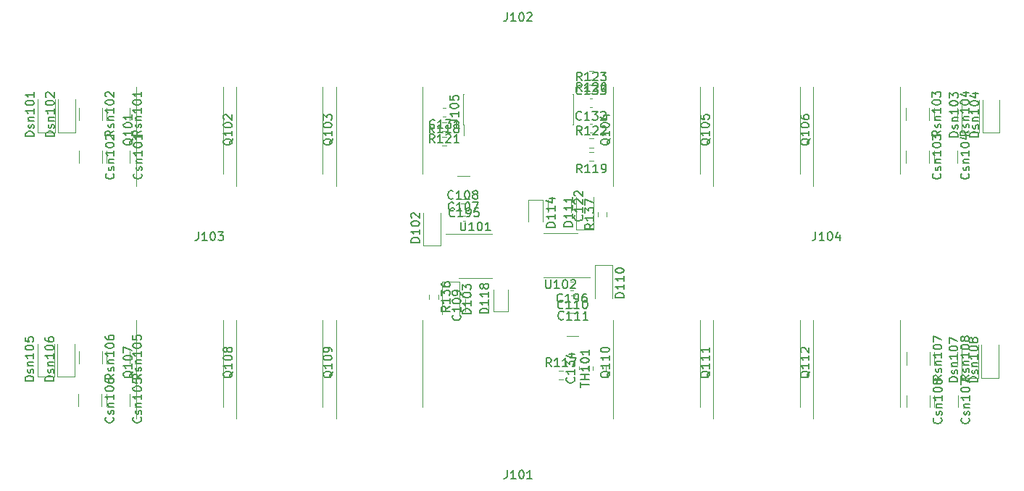
<source format=gbr>
%TF.GenerationSoftware,KiCad,Pcbnew,5.1.9*%
%TF.CreationDate,2021-04-12T00:54:04-03:00*%
%TF.ProjectId,Switches,53776974-6368-4657-932e-6b696361645f,rev?*%
%TF.SameCoordinates,Original*%
%TF.FileFunction,Legend,Top*%
%TF.FilePolarity,Positive*%
%FSLAX46Y46*%
G04 Gerber Fmt 4.6, Leading zero omitted, Abs format (unit mm)*
G04 Created by KiCad (PCBNEW 5.1.9) date 2021-04-12 00:54:04*
%MOMM*%
%LPD*%
G01*
G04 APERTURE LIST*
%ADD10C,0.120000*%
%ADD11C,0.150000*%
G04 APERTURE END LIST*
D10*
%TO.C,Q112*%
X206860000Y-119850000D02*
X206860000Y-109680000D01*
X196740000Y-109680000D02*
X196740000Y-121250000D01*
%TO.C,Q111*%
X195185000Y-119850000D02*
X195185000Y-109680000D01*
X185065000Y-109680000D02*
X185065000Y-121250000D01*
%TO.C,Q110*%
X183510000Y-119850000D02*
X183510000Y-109680000D01*
X173390000Y-109680000D02*
X173390000Y-121250000D01*
%TO.C,Q109*%
X151110000Y-119850000D02*
X151110000Y-109680000D01*
X140990000Y-109680000D02*
X140990000Y-121250000D01*
%TO.C,Q108*%
X139435000Y-119850000D02*
X139435000Y-109680000D01*
X129315000Y-109680000D02*
X129315000Y-121250000D01*
%TO.C,Q107*%
X127760000Y-119850000D02*
X127760000Y-109680000D01*
X117640000Y-109680000D02*
X117640000Y-121250000D01*
%TO.C,Q106*%
X206860000Y-92650000D02*
X206860000Y-82480000D01*
X196740000Y-82480000D02*
X196740000Y-94050000D01*
%TO.C,Q105*%
X195185000Y-92650000D02*
X195185000Y-82480000D01*
X185065000Y-82480000D02*
X185065000Y-94050000D01*
%TO.C,Q104*%
X183510000Y-92650000D02*
X183510000Y-82480000D01*
X173390000Y-82480000D02*
X173390000Y-94050000D01*
%TO.C,Q103*%
X151110000Y-92650000D02*
X151110000Y-82480000D01*
X140990000Y-82480000D02*
X140990000Y-94050000D01*
%TO.C,Q102*%
X139435000Y-92650000D02*
X139435000Y-82480000D01*
X129315000Y-82480000D02*
X129315000Y-94050000D01*
%TO.C,Q101*%
X127760000Y-92650000D02*
X127760000Y-82480000D01*
X117640000Y-82480000D02*
X117640000Y-94050000D01*
%TO.C,Rsn108*%
X213575000Y-113476263D02*
X213575000Y-114923737D01*
X210865000Y-113476263D02*
X210865000Y-114923737D01*
%TO.C,Rsn107*%
X210355000Y-113476263D02*
X210355000Y-114923737D01*
X207645000Y-113476263D02*
X207645000Y-114923737D01*
%TO.C,Rsn106*%
X113655000Y-113326263D02*
X113655000Y-114773737D01*
X110945000Y-113326263D02*
X110945000Y-114773737D01*
%TO.C,Rsn105*%
X116855000Y-113326263D02*
X116855000Y-114773737D01*
X114145000Y-113326263D02*
X114145000Y-114773737D01*
%TO.C,Rsn104*%
X213555000Y-84876263D02*
X213555000Y-86323737D01*
X210845000Y-84876263D02*
X210845000Y-86323737D01*
%TO.C,Rsn102*%
X113655000Y-84876263D02*
X113655000Y-86323737D01*
X110945000Y-84876263D02*
X110945000Y-86323737D01*
%TO.C,Rsn101*%
X116855000Y-84876263D02*
X116855000Y-86323737D01*
X114145000Y-84876263D02*
X114145000Y-86323737D01*
%TO.C,Dsn108*%
X216400000Y-116450000D02*
X218400000Y-116450000D01*
X218400000Y-116450000D02*
X218400000Y-112600000D01*
X216400000Y-116450000D02*
X216400000Y-112600000D01*
%TO.C,Dsn107*%
X214050000Y-116450000D02*
X216050000Y-116450000D01*
X216050000Y-116450000D02*
X216050000Y-112600000D01*
X214050000Y-116450000D02*
X214050000Y-112600000D01*
%TO.C,Dsn106*%
X108450000Y-116350000D02*
X110450000Y-116350000D01*
X110450000Y-116350000D02*
X110450000Y-112500000D01*
X108450000Y-116350000D02*
X108450000Y-112500000D01*
%TO.C,Dsn105*%
X106100000Y-116350000D02*
X108100000Y-116350000D01*
X108100000Y-116350000D02*
X108100000Y-112500000D01*
X106100000Y-116350000D02*
X106100000Y-112500000D01*
%TO.C,Dsn104*%
X216500000Y-87800000D02*
X218500000Y-87800000D01*
X218500000Y-87800000D02*
X218500000Y-83950000D01*
X216500000Y-87800000D02*
X216500000Y-83950000D01*
%TO.C,Dsn103*%
X214100000Y-87800000D02*
X216100000Y-87800000D01*
X216100000Y-87800000D02*
X216100000Y-83950000D01*
X214100000Y-87800000D02*
X214100000Y-83950000D01*
%TO.C,Dsn102*%
X108500000Y-87750000D02*
X110500000Y-87750000D01*
X110500000Y-87750000D02*
X110500000Y-83900000D01*
X108500000Y-87750000D02*
X108500000Y-83900000D01*
%TO.C,Dsn101*%
X106150000Y-87750000D02*
X108150000Y-87750000D01*
X108150000Y-87750000D02*
X108150000Y-83900000D01*
X106150000Y-87750000D02*
X106150000Y-83900000D01*
%TO.C,Csn108*%
X210360000Y-118488748D02*
X210360000Y-119911252D01*
X207640000Y-118488748D02*
X207640000Y-119911252D01*
%TO.C,Csn107*%
X213610000Y-118488748D02*
X213610000Y-119911252D01*
X210890000Y-118488748D02*
X210890000Y-119911252D01*
%TO.C,Csn106*%
X113610000Y-118388748D02*
X113610000Y-119811252D01*
X110890000Y-118388748D02*
X110890000Y-119811252D01*
%TO.C,Csn105*%
X116860000Y-118388748D02*
X116860000Y-119811252D01*
X114140000Y-118388748D02*
X114140000Y-119811252D01*
%TO.C,Csn104*%
X213560000Y-89888748D02*
X213560000Y-91311252D01*
X210840000Y-89888748D02*
X210840000Y-91311252D01*
%TO.C,Csn102*%
X113660000Y-89888748D02*
X113660000Y-91311252D01*
X110940000Y-89888748D02*
X110940000Y-91311252D01*
%TO.C,Csn101*%
X116910000Y-89888748D02*
X116910000Y-91311252D01*
X114190000Y-89888748D02*
X114190000Y-91311252D01*
%TO.C,U102*%
X167212500Y-104705000D02*
X170662500Y-104705000D01*
X167212500Y-104705000D02*
X165262500Y-104705000D01*
X167212500Y-99585000D02*
X169162500Y-99585000D01*
X167212500Y-99585000D02*
X165262500Y-99585000D01*
%TO.C,U101*%
X157250000Y-99640000D02*
X153800000Y-99640000D01*
X157250000Y-99640000D02*
X159200000Y-99640000D01*
X157250000Y-104760000D02*
X155300000Y-104760000D01*
X157250000Y-104760000D02*
X159200000Y-104760000D01*
%TO.C,TH101*%
X172485000Y-115552064D02*
X172485000Y-115097936D01*
X171015000Y-115552064D02*
X171015000Y-115097936D01*
%TO.C,C111*%
X168936252Y-106810000D02*
X168413748Y-106810000D01*
X168936252Y-108280000D02*
X168413748Y-108280000D01*
%TO.C,C110*%
X167901248Y-111605000D02*
X169323752Y-111605000D01*
X167901248Y-108885000D02*
X169323752Y-108885000D01*
%TO.C,C122*%
X165702500Y-95633748D02*
X165702500Y-97056252D01*
X168422500Y-95633748D02*
X168422500Y-97056252D01*
%TO.C,C134*%
X170360000Y-115446267D02*
X170360000Y-115153733D01*
X169340000Y-115446267D02*
X169340000Y-115153733D01*
%TO.C,R117*%
X166995276Y-116647500D02*
X167504724Y-116647500D01*
X166995276Y-115602500D02*
X167504724Y-115602500D01*
%TO.C,D118*%
X159350000Y-108700000D02*
X159350000Y-106150000D01*
X161050000Y-108700000D02*
X161050000Y-106150000D01*
X159350000Y-108700000D02*
X161050000Y-108700000D01*
%TO.C,R137*%
X172585000Y-97599724D02*
X172585000Y-97090276D01*
X171540000Y-97599724D02*
X171540000Y-97090276D01*
%TO.C,R136*%
X151877500Y-106745276D02*
X151877500Y-107254724D01*
X152922500Y-106745276D02*
X152922500Y-107254724D01*
%TO.C,D114*%
X165112500Y-95645000D02*
X165112500Y-98195000D01*
X163412500Y-95645000D02*
X163412500Y-98195000D01*
X165112500Y-95645000D02*
X163412500Y-95645000D01*
%TO.C,D111*%
X169062500Y-99145000D02*
X169062500Y-95295000D01*
X171062500Y-99145000D02*
X171062500Y-95295000D01*
X169062500Y-99145000D02*
X171062500Y-99145000D01*
%TO.C,D110*%
X173262500Y-103300000D02*
X173262500Y-107150000D01*
X171262500Y-103300000D02*
X171262500Y-107150000D01*
X173262500Y-103300000D02*
X171262500Y-103300000D01*
%TO.C,D103*%
X155400000Y-105200000D02*
X155400000Y-109050000D01*
X153400000Y-105200000D02*
X153400000Y-109050000D01*
X155400000Y-105200000D02*
X153400000Y-105200000D01*
%TO.C,D102*%
X151200000Y-101000000D02*
X151200000Y-97150000D01*
X153200000Y-101000000D02*
X153200000Y-97150000D01*
X151200000Y-101000000D02*
X153200000Y-101000000D01*
%TO.C,C196*%
X168683767Y-105235000D02*
X168391233Y-105235000D01*
X168683767Y-106255000D02*
X168391233Y-106255000D01*
%TO.C,C195*%
X155791233Y-99110000D02*
X156083767Y-99110000D01*
X155791233Y-98090000D02*
X156083767Y-98090000D01*
%TO.C,C131*%
X153783767Y-84890000D02*
X153491233Y-84890000D01*
X153783767Y-85910000D02*
X153491233Y-85910000D01*
%TO.C,R123*%
X170545276Y-83222500D02*
X171054724Y-83222500D01*
X170545276Y-82177500D02*
X171054724Y-82177500D01*
%TO.C,R122*%
X170545276Y-89522500D02*
X171054724Y-89522500D01*
X170545276Y-88477500D02*
X171054724Y-88477500D01*
%TO.C,R121*%
X153854724Y-86577500D02*
X153345276Y-86577500D01*
X153854724Y-87622500D02*
X153345276Y-87622500D01*
%TO.C,R120*%
X171054724Y-80577500D02*
X170545276Y-80577500D01*
X171054724Y-81622500D02*
X170545276Y-81622500D01*
%TO.C,R119*%
X171054724Y-90077500D02*
X170545276Y-90077500D01*
X171054724Y-91122500D02*
X170545276Y-91122500D01*
%TO.C,R118*%
X153332776Y-89322500D02*
X153842224Y-89322500D01*
X153332776Y-88277500D02*
X153842224Y-88277500D01*
%TO.C,C133*%
X170616233Y-84810000D02*
X170908767Y-84810000D01*
X170616233Y-83790000D02*
X170908767Y-83790000D01*
%TO.C,C132*%
X170616233Y-87810000D02*
X170908767Y-87810000D01*
X170616233Y-86790000D02*
X170908767Y-86790000D01*
%TO.C,C108*%
X155538748Y-97535000D02*
X156061252Y-97535000D01*
X155538748Y-96065000D02*
X156061252Y-96065000D01*
%TO.C,C107*%
X156548752Y-92840000D02*
X155126248Y-92840000D01*
X156548752Y-95560000D02*
X155126248Y-95560000D01*
%TO.C,Csn103*%
X207540000Y-89888748D02*
X207540000Y-91311252D01*
X210260000Y-89888748D02*
X210260000Y-91311252D01*
%TO.C,J105*%
X168595000Y-83285000D02*
X168660000Y-83285000D01*
X168595000Y-86815000D02*
X168660000Y-86815000D01*
X155840000Y-83285000D02*
X155905000Y-83285000D01*
X155840000Y-86815000D02*
X155905000Y-86815000D01*
X155905000Y-88140000D02*
X155905000Y-86815000D01*
X168660000Y-86815000D02*
X168660000Y-83285000D01*
X155840000Y-86815000D02*
X155840000Y-83285000D01*
%TO.C,C109*%
X158760000Y-108711252D02*
X158760000Y-107288748D01*
X156040000Y-108711252D02*
X156040000Y-107288748D01*
%TO.C,Rsn103*%
X207545000Y-84876263D02*
X207545000Y-86323737D01*
X210255000Y-84876263D02*
X210255000Y-86323737D01*
%TO.C,Q112*%
D11*
X196347619Y-115697619D02*
X196300000Y-115792857D01*
X196204761Y-115888095D01*
X196061904Y-116030952D01*
X196014285Y-116126190D01*
X196014285Y-116221428D01*
X196252380Y-116173809D02*
X196204761Y-116269047D01*
X196109523Y-116364285D01*
X195919047Y-116411904D01*
X195585714Y-116411904D01*
X195395238Y-116364285D01*
X195300000Y-116269047D01*
X195252380Y-116173809D01*
X195252380Y-115983333D01*
X195300000Y-115888095D01*
X195395238Y-115792857D01*
X195585714Y-115745238D01*
X195919047Y-115745238D01*
X196109523Y-115792857D01*
X196204761Y-115888095D01*
X196252380Y-115983333D01*
X196252380Y-116173809D01*
X196252380Y-114792857D02*
X196252380Y-115364285D01*
X196252380Y-115078571D02*
X195252380Y-115078571D01*
X195395238Y-115173809D01*
X195490476Y-115269047D01*
X195538095Y-115364285D01*
X196252380Y-113840476D02*
X196252380Y-114411904D01*
X196252380Y-114126190D02*
X195252380Y-114126190D01*
X195395238Y-114221428D01*
X195490476Y-114316666D01*
X195538095Y-114411904D01*
X195347619Y-113459523D02*
X195300000Y-113411904D01*
X195252380Y-113316666D01*
X195252380Y-113078571D01*
X195300000Y-112983333D01*
X195347619Y-112935714D01*
X195442857Y-112888095D01*
X195538095Y-112888095D01*
X195680952Y-112935714D01*
X196252380Y-113507142D01*
X196252380Y-112888095D01*
%TO.C,Q111*%
X184672619Y-115697619D02*
X184625000Y-115792857D01*
X184529761Y-115888095D01*
X184386904Y-116030952D01*
X184339285Y-116126190D01*
X184339285Y-116221428D01*
X184577380Y-116173809D02*
X184529761Y-116269047D01*
X184434523Y-116364285D01*
X184244047Y-116411904D01*
X183910714Y-116411904D01*
X183720238Y-116364285D01*
X183625000Y-116269047D01*
X183577380Y-116173809D01*
X183577380Y-115983333D01*
X183625000Y-115888095D01*
X183720238Y-115792857D01*
X183910714Y-115745238D01*
X184244047Y-115745238D01*
X184434523Y-115792857D01*
X184529761Y-115888095D01*
X184577380Y-115983333D01*
X184577380Y-116173809D01*
X184577380Y-114792857D02*
X184577380Y-115364285D01*
X184577380Y-115078571D02*
X183577380Y-115078571D01*
X183720238Y-115173809D01*
X183815476Y-115269047D01*
X183863095Y-115364285D01*
X184577380Y-113840476D02*
X184577380Y-114411904D01*
X184577380Y-114126190D02*
X183577380Y-114126190D01*
X183720238Y-114221428D01*
X183815476Y-114316666D01*
X183863095Y-114411904D01*
X184577380Y-112888095D02*
X184577380Y-113459523D01*
X184577380Y-113173809D02*
X183577380Y-113173809D01*
X183720238Y-113269047D01*
X183815476Y-113364285D01*
X183863095Y-113459523D01*
%TO.C,Q110*%
X172997619Y-115697619D02*
X172950000Y-115792857D01*
X172854761Y-115888095D01*
X172711904Y-116030952D01*
X172664285Y-116126190D01*
X172664285Y-116221428D01*
X172902380Y-116173809D02*
X172854761Y-116269047D01*
X172759523Y-116364285D01*
X172569047Y-116411904D01*
X172235714Y-116411904D01*
X172045238Y-116364285D01*
X171950000Y-116269047D01*
X171902380Y-116173809D01*
X171902380Y-115983333D01*
X171950000Y-115888095D01*
X172045238Y-115792857D01*
X172235714Y-115745238D01*
X172569047Y-115745238D01*
X172759523Y-115792857D01*
X172854761Y-115888095D01*
X172902380Y-115983333D01*
X172902380Y-116173809D01*
X172902380Y-114792857D02*
X172902380Y-115364285D01*
X172902380Y-115078571D02*
X171902380Y-115078571D01*
X172045238Y-115173809D01*
X172140476Y-115269047D01*
X172188095Y-115364285D01*
X172902380Y-113840476D02*
X172902380Y-114411904D01*
X172902380Y-114126190D02*
X171902380Y-114126190D01*
X172045238Y-114221428D01*
X172140476Y-114316666D01*
X172188095Y-114411904D01*
X171902380Y-113221428D02*
X171902380Y-113126190D01*
X171950000Y-113030952D01*
X171997619Y-112983333D01*
X172092857Y-112935714D01*
X172283333Y-112888095D01*
X172521428Y-112888095D01*
X172711904Y-112935714D01*
X172807142Y-112983333D01*
X172854761Y-113030952D01*
X172902380Y-113126190D01*
X172902380Y-113221428D01*
X172854761Y-113316666D01*
X172807142Y-113364285D01*
X172711904Y-113411904D01*
X172521428Y-113459523D01*
X172283333Y-113459523D01*
X172092857Y-113411904D01*
X171997619Y-113364285D01*
X171950000Y-113316666D01*
X171902380Y-113221428D01*
%TO.C,Q109*%
X140597619Y-115697619D02*
X140550000Y-115792857D01*
X140454761Y-115888095D01*
X140311904Y-116030952D01*
X140264285Y-116126190D01*
X140264285Y-116221428D01*
X140502380Y-116173809D02*
X140454761Y-116269047D01*
X140359523Y-116364285D01*
X140169047Y-116411904D01*
X139835714Y-116411904D01*
X139645238Y-116364285D01*
X139550000Y-116269047D01*
X139502380Y-116173809D01*
X139502380Y-115983333D01*
X139550000Y-115888095D01*
X139645238Y-115792857D01*
X139835714Y-115745238D01*
X140169047Y-115745238D01*
X140359523Y-115792857D01*
X140454761Y-115888095D01*
X140502380Y-115983333D01*
X140502380Y-116173809D01*
X140502380Y-114792857D02*
X140502380Y-115364285D01*
X140502380Y-115078571D02*
X139502380Y-115078571D01*
X139645238Y-115173809D01*
X139740476Y-115269047D01*
X139788095Y-115364285D01*
X139502380Y-114173809D02*
X139502380Y-114078571D01*
X139550000Y-113983333D01*
X139597619Y-113935714D01*
X139692857Y-113888095D01*
X139883333Y-113840476D01*
X140121428Y-113840476D01*
X140311904Y-113888095D01*
X140407142Y-113935714D01*
X140454761Y-113983333D01*
X140502380Y-114078571D01*
X140502380Y-114173809D01*
X140454761Y-114269047D01*
X140407142Y-114316666D01*
X140311904Y-114364285D01*
X140121428Y-114411904D01*
X139883333Y-114411904D01*
X139692857Y-114364285D01*
X139597619Y-114316666D01*
X139550000Y-114269047D01*
X139502380Y-114173809D01*
X140502380Y-113364285D02*
X140502380Y-113173809D01*
X140454761Y-113078571D01*
X140407142Y-113030952D01*
X140264285Y-112935714D01*
X140073809Y-112888095D01*
X139692857Y-112888095D01*
X139597619Y-112935714D01*
X139550000Y-112983333D01*
X139502380Y-113078571D01*
X139502380Y-113269047D01*
X139550000Y-113364285D01*
X139597619Y-113411904D01*
X139692857Y-113459523D01*
X139930952Y-113459523D01*
X140026190Y-113411904D01*
X140073809Y-113364285D01*
X140121428Y-113269047D01*
X140121428Y-113078571D01*
X140073809Y-112983333D01*
X140026190Y-112935714D01*
X139930952Y-112888095D01*
%TO.C,Q108*%
X128922619Y-115697619D02*
X128875000Y-115792857D01*
X128779761Y-115888095D01*
X128636904Y-116030952D01*
X128589285Y-116126190D01*
X128589285Y-116221428D01*
X128827380Y-116173809D02*
X128779761Y-116269047D01*
X128684523Y-116364285D01*
X128494047Y-116411904D01*
X128160714Y-116411904D01*
X127970238Y-116364285D01*
X127875000Y-116269047D01*
X127827380Y-116173809D01*
X127827380Y-115983333D01*
X127875000Y-115888095D01*
X127970238Y-115792857D01*
X128160714Y-115745238D01*
X128494047Y-115745238D01*
X128684523Y-115792857D01*
X128779761Y-115888095D01*
X128827380Y-115983333D01*
X128827380Y-116173809D01*
X128827380Y-114792857D02*
X128827380Y-115364285D01*
X128827380Y-115078571D02*
X127827380Y-115078571D01*
X127970238Y-115173809D01*
X128065476Y-115269047D01*
X128113095Y-115364285D01*
X127827380Y-114173809D02*
X127827380Y-114078571D01*
X127875000Y-113983333D01*
X127922619Y-113935714D01*
X128017857Y-113888095D01*
X128208333Y-113840476D01*
X128446428Y-113840476D01*
X128636904Y-113888095D01*
X128732142Y-113935714D01*
X128779761Y-113983333D01*
X128827380Y-114078571D01*
X128827380Y-114173809D01*
X128779761Y-114269047D01*
X128732142Y-114316666D01*
X128636904Y-114364285D01*
X128446428Y-114411904D01*
X128208333Y-114411904D01*
X128017857Y-114364285D01*
X127922619Y-114316666D01*
X127875000Y-114269047D01*
X127827380Y-114173809D01*
X128255952Y-113269047D02*
X128208333Y-113364285D01*
X128160714Y-113411904D01*
X128065476Y-113459523D01*
X128017857Y-113459523D01*
X127922619Y-113411904D01*
X127875000Y-113364285D01*
X127827380Y-113269047D01*
X127827380Y-113078571D01*
X127875000Y-112983333D01*
X127922619Y-112935714D01*
X128017857Y-112888095D01*
X128065476Y-112888095D01*
X128160714Y-112935714D01*
X128208333Y-112983333D01*
X128255952Y-113078571D01*
X128255952Y-113269047D01*
X128303571Y-113364285D01*
X128351190Y-113411904D01*
X128446428Y-113459523D01*
X128636904Y-113459523D01*
X128732142Y-113411904D01*
X128779761Y-113364285D01*
X128827380Y-113269047D01*
X128827380Y-113078571D01*
X128779761Y-112983333D01*
X128732142Y-112935714D01*
X128636904Y-112888095D01*
X128446428Y-112888095D01*
X128351190Y-112935714D01*
X128303571Y-112983333D01*
X128255952Y-113078571D01*
%TO.C,Q107*%
X117247619Y-115697619D02*
X117200000Y-115792857D01*
X117104761Y-115888095D01*
X116961904Y-116030952D01*
X116914285Y-116126190D01*
X116914285Y-116221428D01*
X117152380Y-116173809D02*
X117104761Y-116269047D01*
X117009523Y-116364285D01*
X116819047Y-116411904D01*
X116485714Y-116411904D01*
X116295238Y-116364285D01*
X116200000Y-116269047D01*
X116152380Y-116173809D01*
X116152380Y-115983333D01*
X116200000Y-115888095D01*
X116295238Y-115792857D01*
X116485714Y-115745238D01*
X116819047Y-115745238D01*
X117009523Y-115792857D01*
X117104761Y-115888095D01*
X117152380Y-115983333D01*
X117152380Y-116173809D01*
X117152380Y-114792857D02*
X117152380Y-115364285D01*
X117152380Y-115078571D02*
X116152380Y-115078571D01*
X116295238Y-115173809D01*
X116390476Y-115269047D01*
X116438095Y-115364285D01*
X116152380Y-114173809D02*
X116152380Y-114078571D01*
X116200000Y-113983333D01*
X116247619Y-113935714D01*
X116342857Y-113888095D01*
X116533333Y-113840476D01*
X116771428Y-113840476D01*
X116961904Y-113888095D01*
X117057142Y-113935714D01*
X117104761Y-113983333D01*
X117152380Y-114078571D01*
X117152380Y-114173809D01*
X117104761Y-114269047D01*
X117057142Y-114316666D01*
X116961904Y-114364285D01*
X116771428Y-114411904D01*
X116533333Y-114411904D01*
X116342857Y-114364285D01*
X116247619Y-114316666D01*
X116200000Y-114269047D01*
X116152380Y-114173809D01*
X116152380Y-113507142D02*
X116152380Y-112840476D01*
X117152380Y-113269047D01*
%TO.C,Q106*%
X196347619Y-88497619D02*
X196300000Y-88592857D01*
X196204761Y-88688095D01*
X196061904Y-88830952D01*
X196014285Y-88926190D01*
X196014285Y-89021428D01*
X196252380Y-88973809D02*
X196204761Y-89069047D01*
X196109523Y-89164285D01*
X195919047Y-89211904D01*
X195585714Y-89211904D01*
X195395238Y-89164285D01*
X195300000Y-89069047D01*
X195252380Y-88973809D01*
X195252380Y-88783333D01*
X195300000Y-88688095D01*
X195395238Y-88592857D01*
X195585714Y-88545238D01*
X195919047Y-88545238D01*
X196109523Y-88592857D01*
X196204761Y-88688095D01*
X196252380Y-88783333D01*
X196252380Y-88973809D01*
X196252380Y-87592857D02*
X196252380Y-88164285D01*
X196252380Y-87878571D02*
X195252380Y-87878571D01*
X195395238Y-87973809D01*
X195490476Y-88069047D01*
X195538095Y-88164285D01*
X195252380Y-86973809D02*
X195252380Y-86878571D01*
X195300000Y-86783333D01*
X195347619Y-86735714D01*
X195442857Y-86688095D01*
X195633333Y-86640476D01*
X195871428Y-86640476D01*
X196061904Y-86688095D01*
X196157142Y-86735714D01*
X196204761Y-86783333D01*
X196252380Y-86878571D01*
X196252380Y-86973809D01*
X196204761Y-87069047D01*
X196157142Y-87116666D01*
X196061904Y-87164285D01*
X195871428Y-87211904D01*
X195633333Y-87211904D01*
X195442857Y-87164285D01*
X195347619Y-87116666D01*
X195300000Y-87069047D01*
X195252380Y-86973809D01*
X195252380Y-85783333D02*
X195252380Y-85973809D01*
X195300000Y-86069047D01*
X195347619Y-86116666D01*
X195490476Y-86211904D01*
X195680952Y-86259523D01*
X196061904Y-86259523D01*
X196157142Y-86211904D01*
X196204761Y-86164285D01*
X196252380Y-86069047D01*
X196252380Y-85878571D01*
X196204761Y-85783333D01*
X196157142Y-85735714D01*
X196061904Y-85688095D01*
X195823809Y-85688095D01*
X195728571Y-85735714D01*
X195680952Y-85783333D01*
X195633333Y-85878571D01*
X195633333Y-86069047D01*
X195680952Y-86164285D01*
X195728571Y-86211904D01*
X195823809Y-86259523D01*
%TO.C,Q105*%
X184672619Y-88497619D02*
X184625000Y-88592857D01*
X184529761Y-88688095D01*
X184386904Y-88830952D01*
X184339285Y-88926190D01*
X184339285Y-89021428D01*
X184577380Y-88973809D02*
X184529761Y-89069047D01*
X184434523Y-89164285D01*
X184244047Y-89211904D01*
X183910714Y-89211904D01*
X183720238Y-89164285D01*
X183625000Y-89069047D01*
X183577380Y-88973809D01*
X183577380Y-88783333D01*
X183625000Y-88688095D01*
X183720238Y-88592857D01*
X183910714Y-88545238D01*
X184244047Y-88545238D01*
X184434523Y-88592857D01*
X184529761Y-88688095D01*
X184577380Y-88783333D01*
X184577380Y-88973809D01*
X184577380Y-87592857D02*
X184577380Y-88164285D01*
X184577380Y-87878571D02*
X183577380Y-87878571D01*
X183720238Y-87973809D01*
X183815476Y-88069047D01*
X183863095Y-88164285D01*
X183577380Y-86973809D02*
X183577380Y-86878571D01*
X183625000Y-86783333D01*
X183672619Y-86735714D01*
X183767857Y-86688095D01*
X183958333Y-86640476D01*
X184196428Y-86640476D01*
X184386904Y-86688095D01*
X184482142Y-86735714D01*
X184529761Y-86783333D01*
X184577380Y-86878571D01*
X184577380Y-86973809D01*
X184529761Y-87069047D01*
X184482142Y-87116666D01*
X184386904Y-87164285D01*
X184196428Y-87211904D01*
X183958333Y-87211904D01*
X183767857Y-87164285D01*
X183672619Y-87116666D01*
X183625000Y-87069047D01*
X183577380Y-86973809D01*
X183577380Y-85735714D02*
X183577380Y-86211904D01*
X184053571Y-86259523D01*
X184005952Y-86211904D01*
X183958333Y-86116666D01*
X183958333Y-85878571D01*
X184005952Y-85783333D01*
X184053571Y-85735714D01*
X184148809Y-85688095D01*
X184386904Y-85688095D01*
X184482142Y-85735714D01*
X184529761Y-85783333D01*
X184577380Y-85878571D01*
X184577380Y-86116666D01*
X184529761Y-86211904D01*
X184482142Y-86259523D01*
%TO.C,Q104*%
X172997619Y-88497619D02*
X172950000Y-88592857D01*
X172854761Y-88688095D01*
X172711904Y-88830952D01*
X172664285Y-88926190D01*
X172664285Y-89021428D01*
X172902380Y-88973809D02*
X172854761Y-89069047D01*
X172759523Y-89164285D01*
X172569047Y-89211904D01*
X172235714Y-89211904D01*
X172045238Y-89164285D01*
X171950000Y-89069047D01*
X171902380Y-88973809D01*
X171902380Y-88783333D01*
X171950000Y-88688095D01*
X172045238Y-88592857D01*
X172235714Y-88545238D01*
X172569047Y-88545238D01*
X172759523Y-88592857D01*
X172854761Y-88688095D01*
X172902380Y-88783333D01*
X172902380Y-88973809D01*
X172902380Y-87592857D02*
X172902380Y-88164285D01*
X172902380Y-87878571D02*
X171902380Y-87878571D01*
X172045238Y-87973809D01*
X172140476Y-88069047D01*
X172188095Y-88164285D01*
X171902380Y-86973809D02*
X171902380Y-86878571D01*
X171950000Y-86783333D01*
X171997619Y-86735714D01*
X172092857Y-86688095D01*
X172283333Y-86640476D01*
X172521428Y-86640476D01*
X172711904Y-86688095D01*
X172807142Y-86735714D01*
X172854761Y-86783333D01*
X172902380Y-86878571D01*
X172902380Y-86973809D01*
X172854761Y-87069047D01*
X172807142Y-87116666D01*
X172711904Y-87164285D01*
X172521428Y-87211904D01*
X172283333Y-87211904D01*
X172092857Y-87164285D01*
X171997619Y-87116666D01*
X171950000Y-87069047D01*
X171902380Y-86973809D01*
X172235714Y-85783333D02*
X172902380Y-85783333D01*
X171854761Y-86021428D02*
X172569047Y-86259523D01*
X172569047Y-85640476D01*
%TO.C,Q103*%
X140597619Y-88497619D02*
X140550000Y-88592857D01*
X140454761Y-88688095D01*
X140311904Y-88830952D01*
X140264285Y-88926190D01*
X140264285Y-89021428D01*
X140502380Y-88973809D02*
X140454761Y-89069047D01*
X140359523Y-89164285D01*
X140169047Y-89211904D01*
X139835714Y-89211904D01*
X139645238Y-89164285D01*
X139550000Y-89069047D01*
X139502380Y-88973809D01*
X139502380Y-88783333D01*
X139550000Y-88688095D01*
X139645238Y-88592857D01*
X139835714Y-88545238D01*
X140169047Y-88545238D01*
X140359523Y-88592857D01*
X140454761Y-88688095D01*
X140502380Y-88783333D01*
X140502380Y-88973809D01*
X140502380Y-87592857D02*
X140502380Y-88164285D01*
X140502380Y-87878571D02*
X139502380Y-87878571D01*
X139645238Y-87973809D01*
X139740476Y-88069047D01*
X139788095Y-88164285D01*
X139502380Y-86973809D02*
X139502380Y-86878571D01*
X139550000Y-86783333D01*
X139597619Y-86735714D01*
X139692857Y-86688095D01*
X139883333Y-86640476D01*
X140121428Y-86640476D01*
X140311904Y-86688095D01*
X140407142Y-86735714D01*
X140454761Y-86783333D01*
X140502380Y-86878571D01*
X140502380Y-86973809D01*
X140454761Y-87069047D01*
X140407142Y-87116666D01*
X140311904Y-87164285D01*
X140121428Y-87211904D01*
X139883333Y-87211904D01*
X139692857Y-87164285D01*
X139597619Y-87116666D01*
X139550000Y-87069047D01*
X139502380Y-86973809D01*
X139502380Y-86307142D02*
X139502380Y-85688095D01*
X139883333Y-86021428D01*
X139883333Y-85878571D01*
X139930952Y-85783333D01*
X139978571Y-85735714D01*
X140073809Y-85688095D01*
X140311904Y-85688095D01*
X140407142Y-85735714D01*
X140454761Y-85783333D01*
X140502380Y-85878571D01*
X140502380Y-86164285D01*
X140454761Y-86259523D01*
X140407142Y-86307142D01*
%TO.C,Q102*%
X128922619Y-88497619D02*
X128875000Y-88592857D01*
X128779761Y-88688095D01*
X128636904Y-88830952D01*
X128589285Y-88926190D01*
X128589285Y-89021428D01*
X128827380Y-88973809D02*
X128779761Y-89069047D01*
X128684523Y-89164285D01*
X128494047Y-89211904D01*
X128160714Y-89211904D01*
X127970238Y-89164285D01*
X127875000Y-89069047D01*
X127827380Y-88973809D01*
X127827380Y-88783333D01*
X127875000Y-88688095D01*
X127970238Y-88592857D01*
X128160714Y-88545238D01*
X128494047Y-88545238D01*
X128684523Y-88592857D01*
X128779761Y-88688095D01*
X128827380Y-88783333D01*
X128827380Y-88973809D01*
X128827380Y-87592857D02*
X128827380Y-88164285D01*
X128827380Y-87878571D02*
X127827380Y-87878571D01*
X127970238Y-87973809D01*
X128065476Y-88069047D01*
X128113095Y-88164285D01*
X127827380Y-86973809D02*
X127827380Y-86878571D01*
X127875000Y-86783333D01*
X127922619Y-86735714D01*
X128017857Y-86688095D01*
X128208333Y-86640476D01*
X128446428Y-86640476D01*
X128636904Y-86688095D01*
X128732142Y-86735714D01*
X128779761Y-86783333D01*
X128827380Y-86878571D01*
X128827380Y-86973809D01*
X128779761Y-87069047D01*
X128732142Y-87116666D01*
X128636904Y-87164285D01*
X128446428Y-87211904D01*
X128208333Y-87211904D01*
X128017857Y-87164285D01*
X127922619Y-87116666D01*
X127875000Y-87069047D01*
X127827380Y-86973809D01*
X127922619Y-86259523D02*
X127875000Y-86211904D01*
X127827380Y-86116666D01*
X127827380Y-85878571D01*
X127875000Y-85783333D01*
X127922619Y-85735714D01*
X128017857Y-85688095D01*
X128113095Y-85688095D01*
X128255952Y-85735714D01*
X128827380Y-86307142D01*
X128827380Y-85688095D01*
%TO.C,Q101*%
X117247619Y-88497619D02*
X117200000Y-88592857D01*
X117104761Y-88688095D01*
X116961904Y-88830952D01*
X116914285Y-88926190D01*
X116914285Y-89021428D01*
X117152380Y-88973809D02*
X117104761Y-89069047D01*
X117009523Y-89164285D01*
X116819047Y-89211904D01*
X116485714Y-89211904D01*
X116295238Y-89164285D01*
X116200000Y-89069047D01*
X116152380Y-88973809D01*
X116152380Y-88783333D01*
X116200000Y-88688095D01*
X116295238Y-88592857D01*
X116485714Y-88545238D01*
X116819047Y-88545238D01*
X117009523Y-88592857D01*
X117104761Y-88688095D01*
X117152380Y-88783333D01*
X117152380Y-88973809D01*
X117152380Y-87592857D02*
X117152380Y-88164285D01*
X117152380Y-87878571D02*
X116152380Y-87878571D01*
X116295238Y-87973809D01*
X116390476Y-88069047D01*
X116438095Y-88164285D01*
X116152380Y-86973809D02*
X116152380Y-86878571D01*
X116200000Y-86783333D01*
X116247619Y-86735714D01*
X116342857Y-86688095D01*
X116533333Y-86640476D01*
X116771428Y-86640476D01*
X116961904Y-86688095D01*
X117057142Y-86735714D01*
X117104761Y-86783333D01*
X117152380Y-86878571D01*
X117152380Y-86973809D01*
X117104761Y-87069047D01*
X117057142Y-87116666D01*
X116961904Y-87164285D01*
X116771428Y-87211904D01*
X116533333Y-87211904D01*
X116342857Y-87164285D01*
X116247619Y-87116666D01*
X116200000Y-87069047D01*
X116152380Y-86973809D01*
X117152380Y-85688095D02*
X117152380Y-86259523D01*
X117152380Y-85973809D02*
X116152380Y-85973809D01*
X116295238Y-86069047D01*
X116390476Y-86164285D01*
X116438095Y-86259523D01*
%TO.C,Rsn108*%
X214952380Y-116176190D02*
X214476190Y-116509523D01*
X214952380Y-116747619D02*
X213952380Y-116747619D01*
X213952380Y-116366666D01*
X214000000Y-116271428D01*
X214047619Y-116223809D01*
X214142857Y-116176190D01*
X214285714Y-116176190D01*
X214380952Y-116223809D01*
X214428571Y-116271428D01*
X214476190Y-116366666D01*
X214476190Y-116747619D01*
X214904761Y-115795238D02*
X214952380Y-115700000D01*
X214952380Y-115509523D01*
X214904761Y-115414285D01*
X214809523Y-115366666D01*
X214761904Y-115366666D01*
X214666666Y-115414285D01*
X214619047Y-115509523D01*
X214619047Y-115652380D01*
X214571428Y-115747619D01*
X214476190Y-115795238D01*
X214428571Y-115795238D01*
X214333333Y-115747619D01*
X214285714Y-115652380D01*
X214285714Y-115509523D01*
X214333333Y-115414285D01*
X214285714Y-114938095D02*
X214952380Y-114938095D01*
X214380952Y-114938095D02*
X214333333Y-114890476D01*
X214285714Y-114795238D01*
X214285714Y-114652380D01*
X214333333Y-114557142D01*
X214428571Y-114509523D01*
X214952380Y-114509523D01*
X214952380Y-113509523D02*
X214952380Y-114080952D01*
X214952380Y-113795238D02*
X213952380Y-113795238D01*
X214095238Y-113890476D01*
X214190476Y-113985714D01*
X214238095Y-114080952D01*
X213952380Y-112890476D02*
X213952380Y-112795238D01*
X214000000Y-112700000D01*
X214047619Y-112652380D01*
X214142857Y-112604761D01*
X214333333Y-112557142D01*
X214571428Y-112557142D01*
X214761904Y-112604761D01*
X214857142Y-112652380D01*
X214904761Y-112700000D01*
X214952380Y-112795238D01*
X214952380Y-112890476D01*
X214904761Y-112985714D01*
X214857142Y-113033333D01*
X214761904Y-113080952D01*
X214571428Y-113128571D01*
X214333333Y-113128571D01*
X214142857Y-113080952D01*
X214047619Y-113033333D01*
X214000000Y-112985714D01*
X213952380Y-112890476D01*
X214380952Y-111985714D02*
X214333333Y-112080952D01*
X214285714Y-112128571D01*
X214190476Y-112176190D01*
X214142857Y-112176190D01*
X214047619Y-112128571D01*
X214000000Y-112080952D01*
X213952380Y-111985714D01*
X213952380Y-111795238D01*
X214000000Y-111700000D01*
X214047619Y-111652380D01*
X214142857Y-111604761D01*
X214190476Y-111604761D01*
X214285714Y-111652380D01*
X214333333Y-111700000D01*
X214380952Y-111795238D01*
X214380952Y-111985714D01*
X214428571Y-112080952D01*
X214476190Y-112128571D01*
X214571428Y-112176190D01*
X214761904Y-112176190D01*
X214857142Y-112128571D01*
X214904761Y-112080952D01*
X214952380Y-111985714D01*
X214952380Y-111795238D01*
X214904761Y-111700000D01*
X214857142Y-111652380D01*
X214761904Y-111604761D01*
X214571428Y-111604761D01*
X214476190Y-111652380D01*
X214428571Y-111700000D01*
X214380952Y-111795238D01*
%TO.C,Rsn107*%
X211732380Y-116176190D02*
X211256190Y-116509523D01*
X211732380Y-116747619D02*
X210732380Y-116747619D01*
X210732380Y-116366666D01*
X210780000Y-116271428D01*
X210827619Y-116223809D01*
X210922857Y-116176190D01*
X211065714Y-116176190D01*
X211160952Y-116223809D01*
X211208571Y-116271428D01*
X211256190Y-116366666D01*
X211256190Y-116747619D01*
X211684761Y-115795238D02*
X211732380Y-115700000D01*
X211732380Y-115509523D01*
X211684761Y-115414285D01*
X211589523Y-115366666D01*
X211541904Y-115366666D01*
X211446666Y-115414285D01*
X211399047Y-115509523D01*
X211399047Y-115652380D01*
X211351428Y-115747619D01*
X211256190Y-115795238D01*
X211208571Y-115795238D01*
X211113333Y-115747619D01*
X211065714Y-115652380D01*
X211065714Y-115509523D01*
X211113333Y-115414285D01*
X211065714Y-114938095D02*
X211732380Y-114938095D01*
X211160952Y-114938095D02*
X211113333Y-114890476D01*
X211065714Y-114795238D01*
X211065714Y-114652380D01*
X211113333Y-114557142D01*
X211208571Y-114509523D01*
X211732380Y-114509523D01*
X211732380Y-113509523D02*
X211732380Y-114080952D01*
X211732380Y-113795238D02*
X210732380Y-113795238D01*
X210875238Y-113890476D01*
X210970476Y-113985714D01*
X211018095Y-114080952D01*
X210732380Y-112890476D02*
X210732380Y-112795238D01*
X210780000Y-112700000D01*
X210827619Y-112652380D01*
X210922857Y-112604761D01*
X211113333Y-112557142D01*
X211351428Y-112557142D01*
X211541904Y-112604761D01*
X211637142Y-112652380D01*
X211684761Y-112700000D01*
X211732380Y-112795238D01*
X211732380Y-112890476D01*
X211684761Y-112985714D01*
X211637142Y-113033333D01*
X211541904Y-113080952D01*
X211351428Y-113128571D01*
X211113333Y-113128571D01*
X210922857Y-113080952D01*
X210827619Y-113033333D01*
X210780000Y-112985714D01*
X210732380Y-112890476D01*
X210732380Y-112223809D02*
X210732380Y-111557142D01*
X211732380Y-111985714D01*
%TO.C,Rsn106*%
X115032380Y-116026190D02*
X114556190Y-116359523D01*
X115032380Y-116597619D02*
X114032380Y-116597619D01*
X114032380Y-116216666D01*
X114080000Y-116121428D01*
X114127619Y-116073809D01*
X114222857Y-116026190D01*
X114365714Y-116026190D01*
X114460952Y-116073809D01*
X114508571Y-116121428D01*
X114556190Y-116216666D01*
X114556190Y-116597619D01*
X114984761Y-115645238D02*
X115032380Y-115550000D01*
X115032380Y-115359523D01*
X114984761Y-115264285D01*
X114889523Y-115216666D01*
X114841904Y-115216666D01*
X114746666Y-115264285D01*
X114699047Y-115359523D01*
X114699047Y-115502380D01*
X114651428Y-115597619D01*
X114556190Y-115645238D01*
X114508571Y-115645238D01*
X114413333Y-115597619D01*
X114365714Y-115502380D01*
X114365714Y-115359523D01*
X114413333Y-115264285D01*
X114365714Y-114788095D02*
X115032380Y-114788095D01*
X114460952Y-114788095D02*
X114413333Y-114740476D01*
X114365714Y-114645238D01*
X114365714Y-114502380D01*
X114413333Y-114407142D01*
X114508571Y-114359523D01*
X115032380Y-114359523D01*
X115032380Y-113359523D02*
X115032380Y-113930952D01*
X115032380Y-113645238D02*
X114032380Y-113645238D01*
X114175238Y-113740476D01*
X114270476Y-113835714D01*
X114318095Y-113930952D01*
X114032380Y-112740476D02*
X114032380Y-112645238D01*
X114080000Y-112550000D01*
X114127619Y-112502380D01*
X114222857Y-112454761D01*
X114413333Y-112407142D01*
X114651428Y-112407142D01*
X114841904Y-112454761D01*
X114937142Y-112502380D01*
X114984761Y-112550000D01*
X115032380Y-112645238D01*
X115032380Y-112740476D01*
X114984761Y-112835714D01*
X114937142Y-112883333D01*
X114841904Y-112930952D01*
X114651428Y-112978571D01*
X114413333Y-112978571D01*
X114222857Y-112930952D01*
X114127619Y-112883333D01*
X114080000Y-112835714D01*
X114032380Y-112740476D01*
X114032380Y-111550000D02*
X114032380Y-111740476D01*
X114080000Y-111835714D01*
X114127619Y-111883333D01*
X114270476Y-111978571D01*
X114460952Y-112026190D01*
X114841904Y-112026190D01*
X114937142Y-111978571D01*
X114984761Y-111930952D01*
X115032380Y-111835714D01*
X115032380Y-111645238D01*
X114984761Y-111550000D01*
X114937142Y-111502380D01*
X114841904Y-111454761D01*
X114603809Y-111454761D01*
X114508571Y-111502380D01*
X114460952Y-111550000D01*
X114413333Y-111645238D01*
X114413333Y-111835714D01*
X114460952Y-111930952D01*
X114508571Y-111978571D01*
X114603809Y-112026190D01*
%TO.C,Rsn105*%
X118232380Y-116026190D02*
X117756190Y-116359523D01*
X118232380Y-116597619D02*
X117232380Y-116597619D01*
X117232380Y-116216666D01*
X117280000Y-116121428D01*
X117327619Y-116073809D01*
X117422857Y-116026190D01*
X117565714Y-116026190D01*
X117660952Y-116073809D01*
X117708571Y-116121428D01*
X117756190Y-116216666D01*
X117756190Y-116597619D01*
X118184761Y-115645238D02*
X118232380Y-115550000D01*
X118232380Y-115359523D01*
X118184761Y-115264285D01*
X118089523Y-115216666D01*
X118041904Y-115216666D01*
X117946666Y-115264285D01*
X117899047Y-115359523D01*
X117899047Y-115502380D01*
X117851428Y-115597619D01*
X117756190Y-115645238D01*
X117708571Y-115645238D01*
X117613333Y-115597619D01*
X117565714Y-115502380D01*
X117565714Y-115359523D01*
X117613333Y-115264285D01*
X117565714Y-114788095D02*
X118232380Y-114788095D01*
X117660952Y-114788095D02*
X117613333Y-114740476D01*
X117565714Y-114645238D01*
X117565714Y-114502380D01*
X117613333Y-114407142D01*
X117708571Y-114359523D01*
X118232380Y-114359523D01*
X118232380Y-113359523D02*
X118232380Y-113930952D01*
X118232380Y-113645238D02*
X117232380Y-113645238D01*
X117375238Y-113740476D01*
X117470476Y-113835714D01*
X117518095Y-113930952D01*
X117232380Y-112740476D02*
X117232380Y-112645238D01*
X117280000Y-112550000D01*
X117327619Y-112502380D01*
X117422857Y-112454761D01*
X117613333Y-112407142D01*
X117851428Y-112407142D01*
X118041904Y-112454761D01*
X118137142Y-112502380D01*
X118184761Y-112550000D01*
X118232380Y-112645238D01*
X118232380Y-112740476D01*
X118184761Y-112835714D01*
X118137142Y-112883333D01*
X118041904Y-112930952D01*
X117851428Y-112978571D01*
X117613333Y-112978571D01*
X117422857Y-112930952D01*
X117327619Y-112883333D01*
X117280000Y-112835714D01*
X117232380Y-112740476D01*
X117232380Y-111502380D02*
X117232380Y-111978571D01*
X117708571Y-112026190D01*
X117660952Y-111978571D01*
X117613333Y-111883333D01*
X117613333Y-111645238D01*
X117660952Y-111550000D01*
X117708571Y-111502380D01*
X117803809Y-111454761D01*
X118041904Y-111454761D01*
X118137142Y-111502380D01*
X118184761Y-111550000D01*
X118232380Y-111645238D01*
X118232380Y-111883333D01*
X118184761Y-111978571D01*
X118137142Y-112026190D01*
%TO.C,Rsn104*%
X214932380Y-87576190D02*
X214456190Y-87909523D01*
X214932380Y-88147619D02*
X213932380Y-88147619D01*
X213932380Y-87766666D01*
X213980000Y-87671428D01*
X214027619Y-87623809D01*
X214122857Y-87576190D01*
X214265714Y-87576190D01*
X214360952Y-87623809D01*
X214408571Y-87671428D01*
X214456190Y-87766666D01*
X214456190Y-88147619D01*
X214884761Y-87195238D02*
X214932380Y-87100000D01*
X214932380Y-86909523D01*
X214884761Y-86814285D01*
X214789523Y-86766666D01*
X214741904Y-86766666D01*
X214646666Y-86814285D01*
X214599047Y-86909523D01*
X214599047Y-87052380D01*
X214551428Y-87147619D01*
X214456190Y-87195238D01*
X214408571Y-87195238D01*
X214313333Y-87147619D01*
X214265714Y-87052380D01*
X214265714Y-86909523D01*
X214313333Y-86814285D01*
X214265714Y-86338095D02*
X214932380Y-86338095D01*
X214360952Y-86338095D02*
X214313333Y-86290476D01*
X214265714Y-86195238D01*
X214265714Y-86052380D01*
X214313333Y-85957142D01*
X214408571Y-85909523D01*
X214932380Y-85909523D01*
X214932380Y-84909523D02*
X214932380Y-85480952D01*
X214932380Y-85195238D02*
X213932380Y-85195238D01*
X214075238Y-85290476D01*
X214170476Y-85385714D01*
X214218095Y-85480952D01*
X213932380Y-84290476D02*
X213932380Y-84195238D01*
X213980000Y-84100000D01*
X214027619Y-84052380D01*
X214122857Y-84004761D01*
X214313333Y-83957142D01*
X214551428Y-83957142D01*
X214741904Y-84004761D01*
X214837142Y-84052380D01*
X214884761Y-84100000D01*
X214932380Y-84195238D01*
X214932380Y-84290476D01*
X214884761Y-84385714D01*
X214837142Y-84433333D01*
X214741904Y-84480952D01*
X214551428Y-84528571D01*
X214313333Y-84528571D01*
X214122857Y-84480952D01*
X214027619Y-84433333D01*
X213980000Y-84385714D01*
X213932380Y-84290476D01*
X214265714Y-83100000D02*
X214932380Y-83100000D01*
X213884761Y-83338095D02*
X214599047Y-83576190D01*
X214599047Y-82957142D01*
%TO.C,Rsn102*%
X115032380Y-87576190D02*
X114556190Y-87909523D01*
X115032380Y-88147619D02*
X114032380Y-88147619D01*
X114032380Y-87766666D01*
X114080000Y-87671428D01*
X114127619Y-87623809D01*
X114222857Y-87576190D01*
X114365714Y-87576190D01*
X114460952Y-87623809D01*
X114508571Y-87671428D01*
X114556190Y-87766666D01*
X114556190Y-88147619D01*
X114984761Y-87195238D02*
X115032380Y-87100000D01*
X115032380Y-86909523D01*
X114984761Y-86814285D01*
X114889523Y-86766666D01*
X114841904Y-86766666D01*
X114746666Y-86814285D01*
X114699047Y-86909523D01*
X114699047Y-87052380D01*
X114651428Y-87147619D01*
X114556190Y-87195238D01*
X114508571Y-87195238D01*
X114413333Y-87147619D01*
X114365714Y-87052380D01*
X114365714Y-86909523D01*
X114413333Y-86814285D01*
X114365714Y-86338095D02*
X115032380Y-86338095D01*
X114460952Y-86338095D02*
X114413333Y-86290476D01*
X114365714Y-86195238D01*
X114365714Y-86052380D01*
X114413333Y-85957142D01*
X114508571Y-85909523D01*
X115032380Y-85909523D01*
X115032380Y-84909523D02*
X115032380Y-85480952D01*
X115032380Y-85195238D02*
X114032380Y-85195238D01*
X114175238Y-85290476D01*
X114270476Y-85385714D01*
X114318095Y-85480952D01*
X114032380Y-84290476D02*
X114032380Y-84195238D01*
X114080000Y-84100000D01*
X114127619Y-84052380D01*
X114222857Y-84004761D01*
X114413333Y-83957142D01*
X114651428Y-83957142D01*
X114841904Y-84004761D01*
X114937142Y-84052380D01*
X114984761Y-84100000D01*
X115032380Y-84195238D01*
X115032380Y-84290476D01*
X114984761Y-84385714D01*
X114937142Y-84433333D01*
X114841904Y-84480952D01*
X114651428Y-84528571D01*
X114413333Y-84528571D01*
X114222857Y-84480952D01*
X114127619Y-84433333D01*
X114080000Y-84385714D01*
X114032380Y-84290476D01*
X114127619Y-83576190D02*
X114080000Y-83528571D01*
X114032380Y-83433333D01*
X114032380Y-83195238D01*
X114080000Y-83100000D01*
X114127619Y-83052380D01*
X114222857Y-83004761D01*
X114318095Y-83004761D01*
X114460952Y-83052380D01*
X115032380Y-83623809D01*
X115032380Y-83004761D01*
%TO.C,Rsn101*%
X118232380Y-87576190D02*
X117756190Y-87909523D01*
X118232380Y-88147619D02*
X117232380Y-88147619D01*
X117232380Y-87766666D01*
X117280000Y-87671428D01*
X117327619Y-87623809D01*
X117422857Y-87576190D01*
X117565714Y-87576190D01*
X117660952Y-87623809D01*
X117708571Y-87671428D01*
X117756190Y-87766666D01*
X117756190Y-88147619D01*
X118184761Y-87195238D02*
X118232380Y-87100000D01*
X118232380Y-86909523D01*
X118184761Y-86814285D01*
X118089523Y-86766666D01*
X118041904Y-86766666D01*
X117946666Y-86814285D01*
X117899047Y-86909523D01*
X117899047Y-87052380D01*
X117851428Y-87147619D01*
X117756190Y-87195238D01*
X117708571Y-87195238D01*
X117613333Y-87147619D01*
X117565714Y-87052380D01*
X117565714Y-86909523D01*
X117613333Y-86814285D01*
X117565714Y-86338095D02*
X118232380Y-86338095D01*
X117660952Y-86338095D02*
X117613333Y-86290476D01*
X117565714Y-86195238D01*
X117565714Y-86052380D01*
X117613333Y-85957142D01*
X117708571Y-85909523D01*
X118232380Y-85909523D01*
X118232380Y-84909523D02*
X118232380Y-85480952D01*
X118232380Y-85195238D02*
X117232380Y-85195238D01*
X117375238Y-85290476D01*
X117470476Y-85385714D01*
X117518095Y-85480952D01*
X117232380Y-84290476D02*
X117232380Y-84195238D01*
X117280000Y-84100000D01*
X117327619Y-84052380D01*
X117422857Y-84004761D01*
X117613333Y-83957142D01*
X117851428Y-83957142D01*
X118041904Y-84004761D01*
X118137142Y-84052380D01*
X118184761Y-84100000D01*
X118232380Y-84195238D01*
X118232380Y-84290476D01*
X118184761Y-84385714D01*
X118137142Y-84433333D01*
X118041904Y-84480952D01*
X117851428Y-84528571D01*
X117613333Y-84528571D01*
X117422857Y-84480952D01*
X117327619Y-84433333D01*
X117280000Y-84385714D01*
X117232380Y-84290476D01*
X118232380Y-83004761D02*
X118232380Y-83576190D01*
X118232380Y-83290476D02*
X117232380Y-83290476D01*
X117375238Y-83385714D01*
X117470476Y-83480952D01*
X117518095Y-83576190D01*
%TO.C,Dsn108*%
X215947380Y-116924619D02*
X214947380Y-116924619D01*
X214947380Y-116686523D01*
X214995000Y-116543666D01*
X215090238Y-116448428D01*
X215185476Y-116400809D01*
X215375952Y-116353190D01*
X215518809Y-116353190D01*
X215709285Y-116400809D01*
X215804523Y-116448428D01*
X215899761Y-116543666D01*
X215947380Y-116686523D01*
X215947380Y-116924619D01*
X215899761Y-115972238D02*
X215947380Y-115877000D01*
X215947380Y-115686523D01*
X215899761Y-115591285D01*
X215804523Y-115543666D01*
X215756904Y-115543666D01*
X215661666Y-115591285D01*
X215614047Y-115686523D01*
X215614047Y-115829380D01*
X215566428Y-115924619D01*
X215471190Y-115972238D01*
X215423571Y-115972238D01*
X215328333Y-115924619D01*
X215280714Y-115829380D01*
X215280714Y-115686523D01*
X215328333Y-115591285D01*
X215280714Y-115115095D02*
X215947380Y-115115095D01*
X215375952Y-115115095D02*
X215328333Y-115067476D01*
X215280714Y-114972238D01*
X215280714Y-114829380D01*
X215328333Y-114734142D01*
X215423571Y-114686523D01*
X215947380Y-114686523D01*
X215947380Y-113686523D02*
X215947380Y-114257952D01*
X215947380Y-113972238D02*
X214947380Y-113972238D01*
X215090238Y-114067476D01*
X215185476Y-114162714D01*
X215233095Y-114257952D01*
X214947380Y-113067476D02*
X214947380Y-112972238D01*
X214995000Y-112877000D01*
X215042619Y-112829380D01*
X215137857Y-112781761D01*
X215328333Y-112734142D01*
X215566428Y-112734142D01*
X215756904Y-112781761D01*
X215852142Y-112829380D01*
X215899761Y-112877000D01*
X215947380Y-112972238D01*
X215947380Y-113067476D01*
X215899761Y-113162714D01*
X215852142Y-113210333D01*
X215756904Y-113257952D01*
X215566428Y-113305571D01*
X215328333Y-113305571D01*
X215137857Y-113257952D01*
X215042619Y-113210333D01*
X214995000Y-113162714D01*
X214947380Y-113067476D01*
X215375952Y-112162714D02*
X215328333Y-112257952D01*
X215280714Y-112305571D01*
X215185476Y-112353190D01*
X215137857Y-112353190D01*
X215042619Y-112305571D01*
X214995000Y-112257952D01*
X214947380Y-112162714D01*
X214947380Y-111972238D01*
X214995000Y-111877000D01*
X215042619Y-111829380D01*
X215137857Y-111781761D01*
X215185476Y-111781761D01*
X215280714Y-111829380D01*
X215328333Y-111877000D01*
X215375952Y-111972238D01*
X215375952Y-112162714D01*
X215423571Y-112257952D01*
X215471190Y-112305571D01*
X215566428Y-112353190D01*
X215756904Y-112353190D01*
X215852142Y-112305571D01*
X215899761Y-112257952D01*
X215947380Y-112162714D01*
X215947380Y-111972238D01*
X215899761Y-111877000D01*
X215852142Y-111829380D01*
X215756904Y-111781761D01*
X215566428Y-111781761D01*
X215471190Y-111829380D01*
X215423571Y-111877000D01*
X215375952Y-111972238D01*
%TO.C,Dsn107*%
X213597380Y-116924619D02*
X212597380Y-116924619D01*
X212597380Y-116686523D01*
X212645000Y-116543666D01*
X212740238Y-116448428D01*
X212835476Y-116400809D01*
X213025952Y-116353190D01*
X213168809Y-116353190D01*
X213359285Y-116400809D01*
X213454523Y-116448428D01*
X213549761Y-116543666D01*
X213597380Y-116686523D01*
X213597380Y-116924619D01*
X213549761Y-115972238D02*
X213597380Y-115877000D01*
X213597380Y-115686523D01*
X213549761Y-115591285D01*
X213454523Y-115543666D01*
X213406904Y-115543666D01*
X213311666Y-115591285D01*
X213264047Y-115686523D01*
X213264047Y-115829380D01*
X213216428Y-115924619D01*
X213121190Y-115972238D01*
X213073571Y-115972238D01*
X212978333Y-115924619D01*
X212930714Y-115829380D01*
X212930714Y-115686523D01*
X212978333Y-115591285D01*
X212930714Y-115115095D02*
X213597380Y-115115095D01*
X213025952Y-115115095D02*
X212978333Y-115067476D01*
X212930714Y-114972238D01*
X212930714Y-114829380D01*
X212978333Y-114734142D01*
X213073571Y-114686523D01*
X213597380Y-114686523D01*
X213597380Y-113686523D02*
X213597380Y-114257952D01*
X213597380Y-113972238D02*
X212597380Y-113972238D01*
X212740238Y-114067476D01*
X212835476Y-114162714D01*
X212883095Y-114257952D01*
X212597380Y-113067476D02*
X212597380Y-112972238D01*
X212645000Y-112877000D01*
X212692619Y-112829380D01*
X212787857Y-112781761D01*
X212978333Y-112734142D01*
X213216428Y-112734142D01*
X213406904Y-112781761D01*
X213502142Y-112829380D01*
X213549761Y-112877000D01*
X213597380Y-112972238D01*
X213597380Y-113067476D01*
X213549761Y-113162714D01*
X213502142Y-113210333D01*
X213406904Y-113257952D01*
X213216428Y-113305571D01*
X212978333Y-113305571D01*
X212787857Y-113257952D01*
X212692619Y-113210333D01*
X212645000Y-113162714D01*
X212597380Y-113067476D01*
X212597380Y-112400809D02*
X212597380Y-111734142D01*
X213597380Y-112162714D01*
%TO.C,Dsn106*%
X107997380Y-116824619D02*
X106997380Y-116824619D01*
X106997380Y-116586523D01*
X107045000Y-116443666D01*
X107140238Y-116348428D01*
X107235476Y-116300809D01*
X107425952Y-116253190D01*
X107568809Y-116253190D01*
X107759285Y-116300809D01*
X107854523Y-116348428D01*
X107949761Y-116443666D01*
X107997380Y-116586523D01*
X107997380Y-116824619D01*
X107949761Y-115872238D02*
X107997380Y-115777000D01*
X107997380Y-115586523D01*
X107949761Y-115491285D01*
X107854523Y-115443666D01*
X107806904Y-115443666D01*
X107711666Y-115491285D01*
X107664047Y-115586523D01*
X107664047Y-115729380D01*
X107616428Y-115824619D01*
X107521190Y-115872238D01*
X107473571Y-115872238D01*
X107378333Y-115824619D01*
X107330714Y-115729380D01*
X107330714Y-115586523D01*
X107378333Y-115491285D01*
X107330714Y-115015095D02*
X107997380Y-115015095D01*
X107425952Y-115015095D02*
X107378333Y-114967476D01*
X107330714Y-114872238D01*
X107330714Y-114729380D01*
X107378333Y-114634142D01*
X107473571Y-114586523D01*
X107997380Y-114586523D01*
X107997380Y-113586523D02*
X107997380Y-114157952D01*
X107997380Y-113872238D02*
X106997380Y-113872238D01*
X107140238Y-113967476D01*
X107235476Y-114062714D01*
X107283095Y-114157952D01*
X106997380Y-112967476D02*
X106997380Y-112872238D01*
X107045000Y-112777000D01*
X107092619Y-112729380D01*
X107187857Y-112681761D01*
X107378333Y-112634142D01*
X107616428Y-112634142D01*
X107806904Y-112681761D01*
X107902142Y-112729380D01*
X107949761Y-112777000D01*
X107997380Y-112872238D01*
X107997380Y-112967476D01*
X107949761Y-113062714D01*
X107902142Y-113110333D01*
X107806904Y-113157952D01*
X107616428Y-113205571D01*
X107378333Y-113205571D01*
X107187857Y-113157952D01*
X107092619Y-113110333D01*
X107045000Y-113062714D01*
X106997380Y-112967476D01*
X106997380Y-111777000D02*
X106997380Y-111967476D01*
X107045000Y-112062714D01*
X107092619Y-112110333D01*
X107235476Y-112205571D01*
X107425952Y-112253190D01*
X107806904Y-112253190D01*
X107902142Y-112205571D01*
X107949761Y-112157952D01*
X107997380Y-112062714D01*
X107997380Y-111872238D01*
X107949761Y-111777000D01*
X107902142Y-111729380D01*
X107806904Y-111681761D01*
X107568809Y-111681761D01*
X107473571Y-111729380D01*
X107425952Y-111777000D01*
X107378333Y-111872238D01*
X107378333Y-112062714D01*
X107425952Y-112157952D01*
X107473571Y-112205571D01*
X107568809Y-112253190D01*
%TO.C,Dsn105*%
X105647380Y-116824619D02*
X104647380Y-116824619D01*
X104647380Y-116586523D01*
X104695000Y-116443666D01*
X104790238Y-116348428D01*
X104885476Y-116300809D01*
X105075952Y-116253190D01*
X105218809Y-116253190D01*
X105409285Y-116300809D01*
X105504523Y-116348428D01*
X105599761Y-116443666D01*
X105647380Y-116586523D01*
X105647380Y-116824619D01*
X105599761Y-115872238D02*
X105647380Y-115777000D01*
X105647380Y-115586523D01*
X105599761Y-115491285D01*
X105504523Y-115443666D01*
X105456904Y-115443666D01*
X105361666Y-115491285D01*
X105314047Y-115586523D01*
X105314047Y-115729380D01*
X105266428Y-115824619D01*
X105171190Y-115872238D01*
X105123571Y-115872238D01*
X105028333Y-115824619D01*
X104980714Y-115729380D01*
X104980714Y-115586523D01*
X105028333Y-115491285D01*
X104980714Y-115015095D02*
X105647380Y-115015095D01*
X105075952Y-115015095D02*
X105028333Y-114967476D01*
X104980714Y-114872238D01*
X104980714Y-114729380D01*
X105028333Y-114634142D01*
X105123571Y-114586523D01*
X105647380Y-114586523D01*
X105647380Y-113586523D02*
X105647380Y-114157952D01*
X105647380Y-113872238D02*
X104647380Y-113872238D01*
X104790238Y-113967476D01*
X104885476Y-114062714D01*
X104933095Y-114157952D01*
X104647380Y-112967476D02*
X104647380Y-112872238D01*
X104695000Y-112777000D01*
X104742619Y-112729380D01*
X104837857Y-112681761D01*
X105028333Y-112634142D01*
X105266428Y-112634142D01*
X105456904Y-112681761D01*
X105552142Y-112729380D01*
X105599761Y-112777000D01*
X105647380Y-112872238D01*
X105647380Y-112967476D01*
X105599761Y-113062714D01*
X105552142Y-113110333D01*
X105456904Y-113157952D01*
X105266428Y-113205571D01*
X105028333Y-113205571D01*
X104837857Y-113157952D01*
X104742619Y-113110333D01*
X104695000Y-113062714D01*
X104647380Y-112967476D01*
X104647380Y-111729380D02*
X104647380Y-112205571D01*
X105123571Y-112253190D01*
X105075952Y-112205571D01*
X105028333Y-112110333D01*
X105028333Y-111872238D01*
X105075952Y-111777000D01*
X105123571Y-111729380D01*
X105218809Y-111681761D01*
X105456904Y-111681761D01*
X105552142Y-111729380D01*
X105599761Y-111777000D01*
X105647380Y-111872238D01*
X105647380Y-112110333D01*
X105599761Y-112205571D01*
X105552142Y-112253190D01*
%TO.C,Dsn104*%
X216047380Y-88274619D02*
X215047380Y-88274619D01*
X215047380Y-88036523D01*
X215095000Y-87893666D01*
X215190238Y-87798428D01*
X215285476Y-87750809D01*
X215475952Y-87703190D01*
X215618809Y-87703190D01*
X215809285Y-87750809D01*
X215904523Y-87798428D01*
X215999761Y-87893666D01*
X216047380Y-88036523D01*
X216047380Y-88274619D01*
X215999761Y-87322238D02*
X216047380Y-87227000D01*
X216047380Y-87036523D01*
X215999761Y-86941285D01*
X215904523Y-86893666D01*
X215856904Y-86893666D01*
X215761666Y-86941285D01*
X215714047Y-87036523D01*
X215714047Y-87179380D01*
X215666428Y-87274619D01*
X215571190Y-87322238D01*
X215523571Y-87322238D01*
X215428333Y-87274619D01*
X215380714Y-87179380D01*
X215380714Y-87036523D01*
X215428333Y-86941285D01*
X215380714Y-86465095D02*
X216047380Y-86465095D01*
X215475952Y-86465095D02*
X215428333Y-86417476D01*
X215380714Y-86322238D01*
X215380714Y-86179380D01*
X215428333Y-86084142D01*
X215523571Y-86036523D01*
X216047380Y-86036523D01*
X216047380Y-85036523D02*
X216047380Y-85607952D01*
X216047380Y-85322238D02*
X215047380Y-85322238D01*
X215190238Y-85417476D01*
X215285476Y-85512714D01*
X215333095Y-85607952D01*
X215047380Y-84417476D02*
X215047380Y-84322238D01*
X215095000Y-84227000D01*
X215142619Y-84179380D01*
X215237857Y-84131761D01*
X215428333Y-84084142D01*
X215666428Y-84084142D01*
X215856904Y-84131761D01*
X215952142Y-84179380D01*
X215999761Y-84227000D01*
X216047380Y-84322238D01*
X216047380Y-84417476D01*
X215999761Y-84512714D01*
X215952142Y-84560333D01*
X215856904Y-84607952D01*
X215666428Y-84655571D01*
X215428333Y-84655571D01*
X215237857Y-84607952D01*
X215142619Y-84560333D01*
X215095000Y-84512714D01*
X215047380Y-84417476D01*
X215380714Y-83227000D02*
X216047380Y-83227000D01*
X214999761Y-83465095D02*
X215714047Y-83703190D01*
X215714047Y-83084142D01*
%TO.C,Dsn103*%
X213647380Y-88274619D02*
X212647380Y-88274619D01*
X212647380Y-88036523D01*
X212695000Y-87893666D01*
X212790238Y-87798428D01*
X212885476Y-87750809D01*
X213075952Y-87703190D01*
X213218809Y-87703190D01*
X213409285Y-87750809D01*
X213504523Y-87798428D01*
X213599761Y-87893666D01*
X213647380Y-88036523D01*
X213647380Y-88274619D01*
X213599761Y-87322238D02*
X213647380Y-87227000D01*
X213647380Y-87036523D01*
X213599761Y-86941285D01*
X213504523Y-86893666D01*
X213456904Y-86893666D01*
X213361666Y-86941285D01*
X213314047Y-87036523D01*
X213314047Y-87179380D01*
X213266428Y-87274619D01*
X213171190Y-87322238D01*
X213123571Y-87322238D01*
X213028333Y-87274619D01*
X212980714Y-87179380D01*
X212980714Y-87036523D01*
X213028333Y-86941285D01*
X212980714Y-86465095D02*
X213647380Y-86465095D01*
X213075952Y-86465095D02*
X213028333Y-86417476D01*
X212980714Y-86322238D01*
X212980714Y-86179380D01*
X213028333Y-86084142D01*
X213123571Y-86036523D01*
X213647380Y-86036523D01*
X213647380Y-85036523D02*
X213647380Y-85607952D01*
X213647380Y-85322238D02*
X212647380Y-85322238D01*
X212790238Y-85417476D01*
X212885476Y-85512714D01*
X212933095Y-85607952D01*
X212647380Y-84417476D02*
X212647380Y-84322238D01*
X212695000Y-84227000D01*
X212742619Y-84179380D01*
X212837857Y-84131761D01*
X213028333Y-84084142D01*
X213266428Y-84084142D01*
X213456904Y-84131761D01*
X213552142Y-84179380D01*
X213599761Y-84227000D01*
X213647380Y-84322238D01*
X213647380Y-84417476D01*
X213599761Y-84512714D01*
X213552142Y-84560333D01*
X213456904Y-84607952D01*
X213266428Y-84655571D01*
X213028333Y-84655571D01*
X212837857Y-84607952D01*
X212742619Y-84560333D01*
X212695000Y-84512714D01*
X212647380Y-84417476D01*
X212647380Y-83750809D02*
X212647380Y-83131761D01*
X213028333Y-83465095D01*
X213028333Y-83322238D01*
X213075952Y-83227000D01*
X213123571Y-83179380D01*
X213218809Y-83131761D01*
X213456904Y-83131761D01*
X213552142Y-83179380D01*
X213599761Y-83227000D01*
X213647380Y-83322238D01*
X213647380Y-83607952D01*
X213599761Y-83703190D01*
X213552142Y-83750809D01*
%TO.C,Dsn102*%
X108047380Y-88224619D02*
X107047380Y-88224619D01*
X107047380Y-87986523D01*
X107095000Y-87843666D01*
X107190238Y-87748428D01*
X107285476Y-87700809D01*
X107475952Y-87653190D01*
X107618809Y-87653190D01*
X107809285Y-87700809D01*
X107904523Y-87748428D01*
X107999761Y-87843666D01*
X108047380Y-87986523D01*
X108047380Y-88224619D01*
X107999761Y-87272238D02*
X108047380Y-87177000D01*
X108047380Y-86986523D01*
X107999761Y-86891285D01*
X107904523Y-86843666D01*
X107856904Y-86843666D01*
X107761666Y-86891285D01*
X107714047Y-86986523D01*
X107714047Y-87129380D01*
X107666428Y-87224619D01*
X107571190Y-87272238D01*
X107523571Y-87272238D01*
X107428333Y-87224619D01*
X107380714Y-87129380D01*
X107380714Y-86986523D01*
X107428333Y-86891285D01*
X107380714Y-86415095D02*
X108047380Y-86415095D01*
X107475952Y-86415095D02*
X107428333Y-86367476D01*
X107380714Y-86272238D01*
X107380714Y-86129380D01*
X107428333Y-86034142D01*
X107523571Y-85986523D01*
X108047380Y-85986523D01*
X108047380Y-84986523D02*
X108047380Y-85557952D01*
X108047380Y-85272238D02*
X107047380Y-85272238D01*
X107190238Y-85367476D01*
X107285476Y-85462714D01*
X107333095Y-85557952D01*
X107047380Y-84367476D02*
X107047380Y-84272238D01*
X107095000Y-84177000D01*
X107142619Y-84129380D01*
X107237857Y-84081761D01*
X107428333Y-84034142D01*
X107666428Y-84034142D01*
X107856904Y-84081761D01*
X107952142Y-84129380D01*
X107999761Y-84177000D01*
X108047380Y-84272238D01*
X108047380Y-84367476D01*
X107999761Y-84462714D01*
X107952142Y-84510333D01*
X107856904Y-84557952D01*
X107666428Y-84605571D01*
X107428333Y-84605571D01*
X107237857Y-84557952D01*
X107142619Y-84510333D01*
X107095000Y-84462714D01*
X107047380Y-84367476D01*
X107142619Y-83653190D02*
X107095000Y-83605571D01*
X107047380Y-83510333D01*
X107047380Y-83272238D01*
X107095000Y-83177000D01*
X107142619Y-83129380D01*
X107237857Y-83081761D01*
X107333095Y-83081761D01*
X107475952Y-83129380D01*
X108047380Y-83700809D01*
X108047380Y-83081761D01*
%TO.C,Dsn101*%
X105697380Y-88224619D02*
X104697380Y-88224619D01*
X104697380Y-87986523D01*
X104745000Y-87843666D01*
X104840238Y-87748428D01*
X104935476Y-87700809D01*
X105125952Y-87653190D01*
X105268809Y-87653190D01*
X105459285Y-87700809D01*
X105554523Y-87748428D01*
X105649761Y-87843666D01*
X105697380Y-87986523D01*
X105697380Y-88224619D01*
X105649761Y-87272238D02*
X105697380Y-87177000D01*
X105697380Y-86986523D01*
X105649761Y-86891285D01*
X105554523Y-86843666D01*
X105506904Y-86843666D01*
X105411666Y-86891285D01*
X105364047Y-86986523D01*
X105364047Y-87129380D01*
X105316428Y-87224619D01*
X105221190Y-87272238D01*
X105173571Y-87272238D01*
X105078333Y-87224619D01*
X105030714Y-87129380D01*
X105030714Y-86986523D01*
X105078333Y-86891285D01*
X105030714Y-86415095D02*
X105697380Y-86415095D01*
X105125952Y-86415095D02*
X105078333Y-86367476D01*
X105030714Y-86272238D01*
X105030714Y-86129380D01*
X105078333Y-86034142D01*
X105173571Y-85986523D01*
X105697380Y-85986523D01*
X105697380Y-84986523D02*
X105697380Y-85557952D01*
X105697380Y-85272238D02*
X104697380Y-85272238D01*
X104840238Y-85367476D01*
X104935476Y-85462714D01*
X104983095Y-85557952D01*
X104697380Y-84367476D02*
X104697380Y-84272238D01*
X104745000Y-84177000D01*
X104792619Y-84129380D01*
X104887857Y-84081761D01*
X105078333Y-84034142D01*
X105316428Y-84034142D01*
X105506904Y-84081761D01*
X105602142Y-84129380D01*
X105649761Y-84177000D01*
X105697380Y-84272238D01*
X105697380Y-84367476D01*
X105649761Y-84462714D01*
X105602142Y-84510333D01*
X105506904Y-84557952D01*
X105316428Y-84605571D01*
X105078333Y-84605571D01*
X104887857Y-84557952D01*
X104792619Y-84510333D01*
X104745000Y-84462714D01*
X104697380Y-84367476D01*
X105697380Y-83081761D02*
X105697380Y-83653190D01*
X105697380Y-83367476D02*
X104697380Y-83367476D01*
X104840238Y-83462714D01*
X104935476Y-83557952D01*
X104983095Y-83653190D01*
%TO.C,Csn108*%
X211657142Y-121176190D02*
X211704761Y-121223809D01*
X211752380Y-121366666D01*
X211752380Y-121461904D01*
X211704761Y-121604761D01*
X211609523Y-121700000D01*
X211514285Y-121747619D01*
X211323809Y-121795238D01*
X211180952Y-121795238D01*
X210990476Y-121747619D01*
X210895238Y-121700000D01*
X210800000Y-121604761D01*
X210752380Y-121461904D01*
X210752380Y-121366666D01*
X210800000Y-121223809D01*
X210847619Y-121176190D01*
X211704761Y-120795238D02*
X211752380Y-120700000D01*
X211752380Y-120509523D01*
X211704761Y-120414285D01*
X211609523Y-120366666D01*
X211561904Y-120366666D01*
X211466666Y-120414285D01*
X211419047Y-120509523D01*
X211419047Y-120652380D01*
X211371428Y-120747619D01*
X211276190Y-120795238D01*
X211228571Y-120795238D01*
X211133333Y-120747619D01*
X211085714Y-120652380D01*
X211085714Y-120509523D01*
X211133333Y-120414285D01*
X211085714Y-119938095D02*
X211752380Y-119938095D01*
X211180952Y-119938095D02*
X211133333Y-119890476D01*
X211085714Y-119795238D01*
X211085714Y-119652380D01*
X211133333Y-119557142D01*
X211228571Y-119509523D01*
X211752380Y-119509523D01*
X211752380Y-118509523D02*
X211752380Y-119080952D01*
X211752380Y-118795238D02*
X210752380Y-118795238D01*
X210895238Y-118890476D01*
X210990476Y-118985714D01*
X211038095Y-119080952D01*
X210752380Y-117890476D02*
X210752380Y-117795238D01*
X210800000Y-117700000D01*
X210847619Y-117652380D01*
X210942857Y-117604761D01*
X211133333Y-117557142D01*
X211371428Y-117557142D01*
X211561904Y-117604761D01*
X211657142Y-117652380D01*
X211704761Y-117700000D01*
X211752380Y-117795238D01*
X211752380Y-117890476D01*
X211704761Y-117985714D01*
X211657142Y-118033333D01*
X211561904Y-118080952D01*
X211371428Y-118128571D01*
X211133333Y-118128571D01*
X210942857Y-118080952D01*
X210847619Y-118033333D01*
X210800000Y-117985714D01*
X210752380Y-117890476D01*
X211180952Y-116985714D02*
X211133333Y-117080952D01*
X211085714Y-117128571D01*
X210990476Y-117176190D01*
X210942857Y-117176190D01*
X210847619Y-117128571D01*
X210800000Y-117080952D01*
X210752380Y-116985714D01*
X210752380Y-116795238D01*
X210800000Y-116700000D01*
X210847619Y-116652380D01*
X210942857Y-116604761D01*
X210990476Y-116604761D01*
X211085714Y-116652380D01*
X211133333Y-116700000D01*
X211180952Y-116795238D01*
X211180952Y-116985714D01*
X211228571Y-117080952D01*
X211276190Y-117128571D01*
X211371428Y-117176190D01*
X211561904Y-117176190D01*
X211657142Y-117128571D01*
X211704761Y-117080952D01*
X211752380Y-116985714D01*
X211752380Y-116795238D01*
X211704761Y-116700000D01*
X211657142Y-116652380D01*
X211561904Y-116604761D01*
X211371428Y-116604761D01*
X211276190Y-116652380D01*
X211228571Y-116700000D01*
X211180952Y-116795238D01*
%TO.C,Csn107*%
X214907142Y-121176190D02*
X214954761Y-121223809D01*
X215002380Y-121366666D01*
X215002380Y-121461904D01*
X214954761Y-121604761D01*
X214859523Y-121700000D01*
X214764285Y-121747619D01*
X214573809Y-121795238D01*
X214430952Y-121795238D01*
X214240476Y-121747619D01*
X214145238Y-121700000D01*
X214050000Y-121604761D01*
X214002380Y-121461904D01*
X214002380Y-121366666D01*
X214050000Y-121223809D01*
X214097619Y-121176190D01*
X214954761Y-120795238D02*
X215002380Y-120700000D01*
X215002380Y-120509523D01*
X214954761Y-120414285D01*
X214859523Y-120366666D01*
X214811904Y-120366666D01*
X214716666Y-120414285D01*
X214669047Y-120509523D01*
X214669047Y-120652380D01*
X214621428Y-120747619D01*
X214526190Y-120795238D01*
X214478571Y-120795238D01*
X214383333Y-120747619D01*
X214335714Y-120652380D01*
X214335714Y-120509523D01*
X214383333Y-120414285D01*
X214335714Y-119938095D02*
X215002380Y-119938095D01*
X214430952Y-119938095D02*
X214383333Y-119890476D01*
X214335714Y-119795238D01*
X214335714Y-119652380D01*
X214383333Y-119557142D01*
X214478571Y-119509523D01*
X215002380Y-119509523D01*
X215002380Y-118509523D02*
X215002380Y-119080952D01*
X215002380Y-118795238D02*
X214002380Y-118795238D01*
X214145238Y-118890476D01*
X214240476Y-118985714D01*
X214288095Y-119080952D01*
X214002380Y-117890476D02*
X214002380Y-117795238D01*
X214050000Y-117700000D01*
X214097619Y-117652380D01*
X214192857Y-117604761D01*
X214383333Y-117557142D01*
X214621428Y-117557142D01*
X214811904Y-117604761D01*
X214907142Y-117652380D01*
X214954761Y-117700000D01*
X215002380Y-117795238D01*
X215002380Y-117890476D01*
X214954761Y-117985714D01*
X214907142Y-118033333D01*
X214811904Y-118080952D01*
X214621428Y-118128571D01*
X214383333Y-118128571D01*
X214192857Y-118080952D01*
X214097619Y-118033333D01*
X214050000Y-117985714D01*
X214002380Y-117890476D01*
X214002380Y-117223809D02*
X214002380Y-116557142D01*
X215002380Y-116985714D01*
%TO.C,Csn106*%
X114907142Y-121076190D02*
X114954761Y-121123809D01*
X115002380Y-121266666D01*
X115002380Y-121361904D01*
X114954761Y-121504761D01*
X114859523Y-121600000D01*
X114764285Y-121647619D01*
X114573809Y-121695238D01*
X114430952Y-121695238D01*
X114240476Y-121647619D01*
X114145238Y-121600000D01*
X114050000Y-121504761D01*
X114002380Y-121361904D01*
X114002380Y-121266666D01*
X114050000Y-121123809D01*
X114097619Y-121076190D01*
X114954761Y-120695238D02*
X115002380Y-120600000D01*
X115002380Y-120409523D01*
X114954761Y-120314285D01*
X114859523Y-120266666D01*
X114811904Y-120266666D01*
X114716666Y-120314285D01*
X114669047Y-120409523D01*
X114669047Y-120552380D01*
X114621428Y-120647619D01*
X114526190Y-120695238D01*
X114478571Y-120695238D01*
X114383333Y-120647619D01*
X114335714Y-120552380D01*
X114335714Y-120409523D01*
X114383333Y-120314285D01*
X114335714Y-119838095D02*
X115002380Y-119838095D01*
X114430952Y-119838095D02*
X114383333Y-119790476D01*
X114335714Y-119695238D01*
X114335714Y-119552380D01*
X114383333Y-119457142D01*
X114478571Y-119409523D01*
X115002380Y-119409523D01*
X115002380Y-118409523D02*
X115002380Y-118980952D01*
X115002380Y-118695238D02*
X114002380Y-118695238D01*
X114145238Y-118790476D01*
X114240476Y-118885714D01*
X114288095Y-118980952D01*
X114002380Y-117790476D02*
X114002380Y-117695238D01*
X114050000Y-117600000D01*
X114097619Y-117552380D01*
X114192857Y-117504761D01*
X114383333Y-117457142D01*
X114621428Y-117457142D01*
X114811904Y-117504761D01*
X114907142Y-117552380D01*
X114954761Y-117600000D01*
X115002380Y-117695238D01*
X115002380Y-117790476D01*
X114954761Y-117885714D01*
X114907142Y-117933333D01*
X114811904Y-117980952D01*
X114621428Y-118028571D01*
X114383333Y-118028571D01*
X114192857Y-117980952D01*
X114097619Y-117933333D01*
X114050000Y-117885714D01*
X114002380Y-117790476D01*
X114002380Y-116600000D02*
X114002380Y-116790476D01*
X114050000Y-116885714D01*
X114097619Y-116933333D01*
X114240476Y-117028571D01*
X114430952Y-117076190D01*
X114811904Y-117076190D01*
X114907142Y-117028571D01*
X114954761Y-116980952D01*
X115002380Y-116885714D01*
X115002380Y-116695238D01*
X114954761Y-116600000D01*
X114907142Y-116552380D01*
X114811904Y-116504761D01*
X114573809Y-116504761D01*
X114478571Y-116552380D01*
X114430952Y-116600000D01*
X114383333Y-116695238D01*
X114383333Y-116885714D01*
X114430952Y-116980952D01*
X114478571Y-117028571D01*
X114573809Y-117076190D01*
%TO.C,Csn105*%
X118157142Y-121076190D02*
X118204761Y-121123809D01*
X118252380Y-121266666D01*
X118252380Y-121361904D01*
X118204761Y-121504761D01*
X118109523Y-121600000D01*
X118014285Y-121647619D01*
X117823809Y-121695238D01*
X117680952Y-121695238D01*
X117490476Y-121647619D01*
X117395238Y-121600000D01*
X117300000Y-121504761D01*
X117252380Y-121361904D01*
X117252380Y-121266666D01*
X117300000Y-121123809D01*
X117347619Y-121076190D01*
X118204761Y-120695238D02*
X118252380Y-120600000D01*
X118252380Y-120409523D01*
X118204761Y-120314285D01*
X118109523Y-120266666D01*
X118061904Y-120266666D01*
X117966666Y-120314285D01*
X117919047Y-120409523D01*
X117919047Y-120552380D01*
X117871428Y-120647619D01*
X117776190Y-120695238D01*
X117728571Y-120695238D01*
X117633333Y-120647619D01*
X117585714Y-120552380D01*
X117585714Y-120409523D01*
X117633333Y-120314285D01*
X117585714Y-119838095D02*
X118252380Y-119838095D01*
X117680952Y-119838095D02*
X117633333Y-119790476D01*
X117585714Y-119695238D01*
X117585714Y-119552380D01*
X117633333Y-119457142D01*
X117728571Y-119409523D01*
X118252380Y-119409523D01*
X118252380Y-118409523D02*
X118252380Y-118980952D01*
X118252380Y-118695238D02*
X117252380Y-118695238D01*
X117395238Y-118790476D01*
X117490476Y-118885714D01*
X117538095Y-118980952D01*
X117252380Y-117790476D02*
X117252380Y-117695238D01*
X117300000Y-117600000D01*
X117347619Y-117552380D01*
X117442857Y-117504761D01*
X117633333Y-117457142D01*
X117871428Y-117457142D01*
X118061904Y-117504761D01*
X118157142Y-117552380D01*
X118204761Y-117600000D01*
X118252380Y-117695238D01*
X118252380Y-117790476D01*
X118204761Y-117885714D01*
X118157142Y-117933333D01*
X118061904Y-117980952D01*
X117871428Y-118028571D01*
X117633333Y-118028571D01*
X117442857Y-117980952D01*
X117347619Y-117933333D01*
X117300000Y-117885714D01*
X117252380Y-117790476D01*
X117252380Y-116552380D02*
X117252380Y-117028571D01*
X117728571Y-117076190D01*
X117680952Y-117028571D01*
X117633333Y-116933333D01*
X117633333Y-116695238D01*
X117680952Y-116600000D01*
X117728571Y-116552380D01*
X117823809Y-116504761D01*
X118061904Y-116504761D01*
X118157142Y-116552380D01*
X118204761Y-116600000D01*
X118252380Y-116695238D01*
X118252380Y-116933333D01*
X118204761Y-117028571D01*
X118157142Y-117076190D01*
%TO.C,Csn104*%
X214857142Y-92576190D02*
X214904761Y-92623809D01*
X214952380Y-92766666D01*
X214952380Y-92861904D01*
X214904761Y-93004761D01*
X214809523Y-93100000D01*
X214714285Y-93147619D01*
X214523809Y-93195238D01*
X214380952Y-93195238D01*
X214190476Y-93147619D01*
X214095238Y-93100000D01*
X214000000Y-93004761D01*
X213952380Y-92861904D01*
X213952380Y-92766666D01*
X214000000Y-92623809D01*
X214047619Y-92576190D01*
X214904761Y-92195238D02*
X214952380Y-92100000D01*
X214952380Y-91909523D01*
X214904761Y-91814285D01*
X214809523Y-91766666D01*
X214761904Y-91766666D01*
X214666666Y-91814285D01*
X214619047Y-91909523D01*
X214619047Y-92052380D01*
X214571428Y-92147619D01*
X214476190Y-92195238D01*
X214428571Y-92195238D01*
X214333333Y-92147619D01*
X214285714Y-92052380D01*
X214285714Y-91909523D01*
X214333333Y-91814285D01*
X214285714Y-91338095D02*
X214952380Y-91338095D01*
X214380952Y-91338095D02*
X214333333Y-91290476D01*
X214285714Y-91195238D01*
X214285714Y-91052380D01*
X214333333Y-90957142D01*
X214428571Y-90909523D01*
X214952380Y-90909523D01*
X214952380Y-89909523D02*
X214952380Y-90480952D01*
X214952380Y-90195238D02*
X213952380Y-90195238D01*
X214095238Y-90290476D01*
X214190476Y-90385714D01*
X214238095Y-90480952D01*
X213952380Y-89290476D02*
X213952380Y-89195238D01*
X214000000Y-89100000D01*
X214047619Y-89052380D01*
X214142857Y-89004761D01*
X214333333Y-88957142D01*
X214571428Y-88957142D01*
X214761904Y-89004761D01*
X214857142Y-89052380D01*
X214904761Y-89100000D01*
X214952380Y-89195238D01*
X214952380Y-89290476D01*
X214904761Y-89385714D01*
X214857142Y-89433333D01*
X214761904Y-89480952D01*
X214571428Y-89528571D01*
X214333333Y-89528571D01*
X214142857Y-89480952D01*
X214047619Y-89433333D01*
X214000000Y-89385714D01*
X213952380Y-89290476D01*
X214285714Y-88100000D02*
X214952380Y-88100000D01*
X213904761Y-88338095D02*
X214619047Y-88576190D01*
X214619047Y-87957142D01*
%TO.C,Csn102*%
X114957142Y-92576190D02*
X115004761Y-92623809D01*
X115052380Y-92766666D01*
X115052380Y-92861904D01*
X115004761Y-93004761D01*
X114909523Y-93100000D01*
X114814285Y-93147619D01*
X114623809Y-93195238D01*
X114480952Y-93195238D01*
X114290476Y-93147619D01*
X114195238Y-93100000D01*
X114100000Y-93004761D01*
X114052380Y-92861904D01*
X114052380Y-92766666D01*
X114100000Y-92623809D01*
X114147619Y-92576190D01*
X115004761Y-92195238D02*
X115052380Y-92100000D01*
X115052380Y-91909523D01*
X115004761Y-91814285D01*
X114909523Y-91766666D01*
X114861904Y-91766666D01*
X114766666Y-91814285D01*
X114719047Y-91909523D01*
X114719047Y-92052380D01*
X114671428Y-92147619D01*
X114576190Y-92195238D01*
X114528571Y-92195238D01*
X114433333Y-92147619D01*
X114385714Y-92052380D01*
X114385714Y-91909523D01*
X114433333Y-91814285D01*
X114385714Y-91338095D02*
X115052380Y-91338095D01*
X114480952Y-91338095D02*
X114433333Y-91290476D01*
X114385714Y-91195238D01*
X114385714Y-91052380D01*
X114433333Y-90957142D01*
X114528571Y-90909523D01*
X115052380Y-90909523D01*
X115052380Y-89909523D02*
X115052380Y-90480952D01*
X115052380Y-90195238D02*
X114052380Y-90195238D01*
X114195238Y-90290476D01*
X114290476Y-90385714D01*
X114338095Y-90480952D01*
X114052380Y-89290476D02*
X114052380Y-89195238D01*
X114100000Y-89100000D01*
X114147619Y-89052380D01*
X114242857Y-89004761D01*
X114433333Y-88957142D01*
X114671428Y-88957142D01*
X114861904Y-89004761D01*
X114957142Y-89052380D01*
X115004761Y-89100000D01*
X115052380Y-89195238D01*
X115052380Y-89290476D01*
X115004761Y-89385714D01*
X114957142Y-89433333D01*
X114861904Y-89480952D01*
X114671428Y-89528571D01*
X114433333Y-89528571D01*
X114242857Y-89480952D01*
X114147619Y-89433333D01*
X114100000Y-89385714D01*
X114052380Y-89290476D01*
X114147619Y-88576190D02*
X114100000Y-88528571D01*
X114052380Y-88433333D01*
X114052380Y-88195238D01*
X114100000Y-88100000D01*
X114147619Y-88052380D01*
X114242857Y-88004761D01*
X114338095Y-88004761D01*
X114480952Y-88052380D01*
X115052380Y-88623809D01*
X115052380Y-88004761D01*
%TO.C,Csn101*%
X118207142Y-92576190D02*
X118254761Y-92623809D01*
X118302380Y-92766666D01*
X118302380Y-92861904D01*
X118254761Y-93004761D01*
X118159523Y-93100000D01*
X118064285Y-93147619D01*
X117873809Y-93195238D01*
X117730952Y-93195238D01*
X117540476Y-93147619D01*
X117445238Y-93100000D01*
X117350000Y-93004761D01*
X117302380Y-92861904D01*
X117302380Y-92766666D01*
X117350000Y-92623809D01*
X117397619Y-92576190D01*
X118254761Y-92195238D02*
X118302380Y-92100000D01*
X118302380Y-91909523D01*
X118254761Y-91814285D01*
X118159523Y-91766666D01*
X118111904Y-91766666D01*
X118016666Y-91814285D01*
X117969047Y-91909523D01*
X117969047Y-92052380D01*
X117921428Y-92147619D01*
X117826190Y-92195238D01*
X117778571Y-92195238D01*
X117683333Y-92147619D01*
X117635714Y-92052380D01*
X117635714Y-91909523D01*
X117683333Y-91814285D01*
X117635714Y-91338095D02*
X118302380Y-91338095D01*
X117730952Y-91338095D02*
X117683333Y-91290476D01*
X117635714Y-91195238D01*
X117635714Y-91052380D01*
X117683333Y-90957142D01*
X117778571Y-90909523D01*
X118302380Y-90909523D01*
X118302380Y-89909523D02*
X118302380Y-90480952D01*
X118302380Y-90195238D02*
X117302380Y-90195238D01*
X117445238Y-90290476D01*
X117540476Y-90385714D01*
X117588095Y-90480952D01*
X117302380Y-89290476D02*
X117302380Y-89195238D01*
X117350000Y-89100000D01*
X117397619Y-89052380D01*
X117492857Y-89004761D01*
X117683333Y-88957142D01*
X117921428Y-88957142D01*
X118111904Y-89004761D01*
X118207142Y-89052380D01*
X118254761Y-89100000D01*
X118302380Y-89195238D01*
X118302380Y-89290476D01*
X118254761Y-89385714D01*
X118207142Y-89433333D01*
X118111904Y-89480952D01*
X117921428Y-89528571D01*
X117683333Y-89528571D01*
X117492857Y-89480952D01*
X117397619Y-89433333D01*
X117350000Y-89385714D01*
X117302380Y-89290476D01*
X118302380Y-88004761D02*
X118302380Y-88576190D01*
X118302380Y-88290476D02*
X117302380Y-88290476D01*
X117445238Y-88385714D01*
X117540476Y-88480952D01*
X117588095Y-88576190D01*
%TO.C,J102*%
X160964285Y-73752380D02*
X160964285Y-74466666D01*
X160916666Y-74609523D01*
X160821428Y-74704761D01*
X160678571Y-74752380D01*
X160583333Y-74752380D01*
X161964285Y-74752380D02*
X161392857Y-74752380D01*
X161678571Y-74752380D02*
X161678571Y-73752380D01*
X161583333Y-73895238D01*
X161488095Y-73990476D01*
X161392857Y-74038095D01*
X162583333Y-73752380D02*
X162678571Y-73752380D01*
X162773809Y-73800000D01*
X162821428Y-73847619D01*
X162869047Y-73942857D01*
X162916666Y-74133333D01*
X162916666Y-74371428D01*
X162869047Y-74561904D01*
X162821428Y-74657142D01*
X162773809Y-74704761D01*
X162678571Y-74752380D01*
X162583333Y-74752380D01*
X162488095Y-74704761D01*
X162440476Y-74657142D01*
X162392857Y-74561904D01*
X162345238Y-74371428D01*
X162345238Y-74133333D01*
X162392857Y-73942857D01*
X162440476Y-73847619D01*
X162488095Y-73800000D01*
X162583333Y-73752380D01*
X163297619Y-73847619D02*
X163345238Y-73800000D01*
X163440476Y-73752380D01*
X163678571Y-73752380D01*
X163773809Y-73800000D01*
X163821428Y-73847619D01*
X163869047Y-73942857D01*
X163869047Y-74038095D01*
X163821428Y-74180952D01*
X163250000Y-74752380D01*
X163869047Y-74752380D01*
%TO.C,J101*%
X160964285Y-127252380D02*
X160964285Y-127966666D01*
X160916666Y-128109523D01*
X160821428Y-128204761D01*
X160678571Y-128252380D01*
X160583333Y-128252380D01*
X161964285Y-128252380D02*
X161392857Y-128252380D01*
X161678571Y-128252380D02*
X161678571Y-127252380D01*
X161583333Y-127395238D01*
X161488095Y-127490476D01*
X161392857Y-127538095D01*
X162583333Y-127252380D02*
X162678571Y-127252380D01*
X162773809Y-127300000D01*
X162821428Y-127347619D01*
X162869047Y-127442857D01*
X162916666Y-127633333D01*
X162916666Y-127871428D01*
X162869047Y-128061904D01*
X162821428Y-128157142D01*
X162773809Y-128204761D01*
X162678571Y-128252380D01*
X162583333Y-128252380D01*
X162488095Y-128204761D01*
X162440476Y-128157142D01*
X162392857Y-128061904D01*
X162345238Y-127871428D01*
X162345238Y-127633333D01*
X162392857Y-127442857D01*
X162440476Y-127347619D01*
X162488095Y-127300000D01*
X162583333Y-127252380D01*
X163869047Y-128252380D02*
X163297619Y-128252380D01*
X163583333Y-128252380D02*
X163583333Y-127252380D01*
X163488095Y-127395238D01*
X163392857Y-127490476D01*
X163297619Y-127538095D01*
%TO.C,J103*%
X124914285Y-99402380D02*
X124914285Y-100116666D01*
X124866666Y-100259523D01*
X124771428Y-100354761D01*
X124628571Y-100402380D01*
X124533333Y-100402380D01*
X125914285Y-100402380D02*
X125342857Y-100402380D01*
X125628571Y-100402380D02*
X125628571Y-99402380D01*
X125533333Y-99545238D01*
X125438095Y-99640476D01*
X125342857Y-99688095D01*
X126533333Y-99402380D02*
X126628571Y-99402380D01*
X126723809Y-99450000D01*
X126771428Y-99497619D01*
X126819047Y-99592857D01*
X126866666Y-99783333D01*
X126866666Y-100021428D01*
X126819047Y-100211904D01*
X126771428Y-100307142D01*
X126723809Y-100354761D01*
X126628571Y-100402380D01*
X126533333Y-100402380D01*
X126438095Y-100354761D01*
X126390476Y-100307142D01*
X126342857Y-100211904D01*
X126295238Y-100021428D01*
X126295238Y-99783333D01*
X126342857Y-99592857D01*
X126390476Y-99497619D01*
X126438095Y-99450000D01*
X126533333Y-99402380D01*
X127200000Y-99402380D02*
X127819047Y-99402380D01*
X127485714Y-99783333D01*
X127628571Y-99783333D01*
X127723809Y-99830952D01*
X127771428Y-99878571D01*
X127819047Y-99973809D01*
X127819047Y-100211904D01*
X127771428Y-100307142D01*
X127723809Y-100354761D01*
X127628571Y-100402380D01*
X127342857Y-100402380D01*
X127247619Y-100354761D01*
X127200000Y-100307142D01*
%TO.C,J104*%
X197014285Y-99402380D02*
X197014285Y-100116666D01*
X196966666Y-100259523D01*
X196871428Y-100354761D01*
X196728571Y-100402380D01*
X196633333Y-100402380D01*
X198014285Y-100402380D02*
X197442857Y-100402380D01*
X197728571Y-100402380D02*
X197728571Y-99402380D01*
X197633333Y-99545238D01*
X197538095Y-99640476D01*
X197442857Y-99688095D01*
X198633333Y-99402380D02*
X198728571Y-99402380D01*
X198823809Y-99450000D01*
X198871428Y-99497619D01*
X198919047Y-99592857D01*
X198966666Y-99783333D01*
X198966666Y-100021428D01*
X198919047Y-100211904D01*
X198871428Y-100307142D01*
X198823809Y-100354761D01*
X198728571Y-100402380D01*
X198633333Y-100402380D01*
X198538095Y-100354761D01*
X198490476Y-100307142D01*
X198442857Y-100211904D01*
X198395238Y-100021428D01*
X198395238Y-99783333D01*
X198442857Y-99592857D01*
X198490476Y-99497619D01*
X198538095Y-99450000D01*
X198633333Y-99402380D01*
X199823809Y-99735714D02*
X199823809Y-100402380D01*
X199585714Y-99354761D02*
X199347619Y-100069047D01*
X199966666Y-100069047D01*
%TO.C,U102*%
X165498214Y-104997380D02*
X165498214Y-105806904D01*
X165545833Y-105902142D01*
X165593452Y-105949761D01*
X165688690Y-105997380D01*
X165879166Y-105997380D01*
X165974404Y-105949761D01*
X166022023Y-105902142D01*
X166069642Y-105806904D01*
X166069642Y-104997380D01*
X167069642Y-105997380D02*
X166498214Y-105997380D01*
X166783928Y-105997380D02*
X166783928Y-104997380D01*
X166688690Y-105140238D01*
X166593452Y-105235476D01*
X166498214Y-105283095D01*
X167688690Y-104997380D02*
X167783928Y-104997380D01*
X167879166Y-105045000D01*
X167926785Y-105092619D01*
X167974404Y-105187857D01*
X168022023Y-105378333D01*
X168022023Y-105616428D01*
X167974404Y-105806904D01*
X167926785Y-105902142D01*
X167879166Y-105949761D01*
X167783928Y-105997380D01*
X167688690Y-105997380D01*
X167593452Y-105949761D01*
X167545833Y-105902142D01*
X167498214Y-105806904D01*
X167450595Y-105616428D01*
X167450595Y-105378333D01*
X167498214Y-105187857D01*
X167545833Y-105092619D01*
X167593452Y-105045000D01*
X167688690Y-104997380D01*
X168402976Y-105092619D02*
X168450595Y-105045000D01*
X168545833Y-104997380D01*
X168783928Y-104997380D01*
X168879166Y-105045000D01*
X168926785Y-105092619D01*
X168974404Y-105187857D01*
X168974404Y-105283095D01*
X168926785Y-105425952D01*
X168355357Y-105997380D01*
X168974404Y-105997380D01*
%TO.C,U101*%
X155535714Y-98252380D02*
X155535714Y-99061904D01*
X155583333Y-99157142D01*
X155630952Y-99204761D01*
X155726190Y-99252380D01*
X155916666Y-99252380D01*
X156011904Y-99204761D01*
X156059523Y-99157142D01*
X156107142Y-99061904D01*
X156107142Y-98252380D01*
X157107142Y-99252380D02*
X156535714Y-99252380D01*
X156821428Y-99252380D02*
X156821428Y-98252380D01*
X156726190Y-98395238D01*
X156630952Y-98490476D01*
X156535714Y-98538095D01*
X157726190Y-98252380D02*
X157821428Y-98252380D01*
X157916666Y-98300000D01*
X157964285Y-98347619D01*
X158011904Y-98442857D01*
X158059523Y-98633333D01*
X158059523Y-98871428D01*
X158011904Y-99061904D01*
X157964285Y-99157142D01*
X157916666Y-99204761D01*
X157821428Y-99252380D01*
X157726190Y-99252380D01*
X157630952Y-99204761D01*
X157583333Y-99157142D01*
X157535714Y-99061904D01*
X157488095Y-98871428D01*
X157488095Y-98633333D01*
X157535714Y-98442857D01*
X157583333Y-98347619D01*
X157630952Y-98300000D01*
X157726190Y-98252380D01*
X159011904Y-99252380D02*
X158440476Y-99252380D01*
X158726190Y-99252380D02*
X158726190Y-98252380D01*
X158630952Y-98395238D01*
X158535714Y-98490476D01*
X158440476Y-98538095D01*
%TO.C,TH101*%
X169552380Y-117563095D02*
X169552380Y-116991666D01*
X170552380Y-117277380D02*
X169552380Y-117277380D01*
X170552380Y-116658333D02*
X169552380Y-116658333D01*
X170028571Y-116658333D02*
X170028571Y-116086904D01*
X170552380Y-116086904D02*
X169552380Y-116086904D01*
X170552380Y-115086904D02*
X170552380Y-115658333D01*
X170552380Y-115372619D02*
X169552380Y-115372619D01*
X169695238Y-115467857D01*
X169790476Y-115563095D01*
X169838095Y-115658333D01*
X169552380Y-114467857D02*
X169552380Y-114372619D01*
X169600000Y-114277380D01*
X169647619Y-114229761D01*
X169742857Y-114182142D01*
X169933333Y-114134523D01*
X170171428Y-114134523D01*
X170361904Y-114182142D01*
X170457142Y-114229761D01*
X170504761Y-114277380D01*
X170552380Y-114372619D01*
X170552380Y-114467857D01*
X170504761Y-114563095D01*
X170457142Y-114610714D01*
X170361904Y-114658333D01*
X170171428Y-114705952D01*
X169933333Y-114705952D01*
X169742857Y-114658333D01*
X169647619Y-114610714D01*
X169600000Y-114563095D01*
X169552380Y-114467857D01*
X170552380Y-113182142D02*
X170552380Y-113753571D01*
X170552380Y-113467857D02*
X169552380Y-113467857D01*
X169695238Y-113563095D01*
X169790476Y-113658333D01*
X169838095Y-113753571D01*
%TO.C,C111*%
X167555952Y-109582142D02*
X167508333Y-109629761D01*
X167365476Y-109677380D01*
X167270238Y-109677380D01*
X167127380Y-109629761D01*
X167032142Y-109534523D01*
X166984523Y-109439285D01*
X166936904Y-109248809D01*
X166936904Y-109105952D01*
X166984523Y-108915476D01*
X167032142Y-108820238D01*
X167127380Y-108725000D01*
X167270238Y-108677380D01*
X167365476Y-108677380D01*
X167508333Y-108725000D01*
X167555952Y-108772619D01*
X168508333Y-109677380D02*
X167936904Y-109677380D01*
X168222619Y-109677380D02*
X168222619Y-108677380D01*
X168127380Y-108820238D01*
X168032142Y-108915476D01*
X167936904Y-108963095D01*
X169460714Y-109677380D02*
X168889285Y-109677380D01*
X169175000Y-109677380D02*
X169175000Y-108677380D01*
X169079761Y-108820238D01*
X168984523Y-108915476D01*
X168889285Y-108963095D01*
X170413095Y-109677380D02*
X169841666Y-109677380D01*
X170127380Y-109677380D02*
X170127380Y-108677380D01*
X170032142Y-108820238D01*
X169936904Y-108915476D01*
X169841666Y-108963095D01*
%TO.C,C110*%
X167493452Y-108302142D02*
X167445833Y-108349761D01*
X167302976Y-108397380D01*
X167207738Y-108397380D01*
X167064880Y-108349761D01*
X166969642Y-108254523D01*
X166922023Y-108159285D01*
X166874404Y-107968809D01*
X166874404Y-107825952D01*
X166922023Y-107635476D01*
X166969642Y-107540238D01*
X167064880Y-107445000D01*
X167207738Y-107397380D01*
X167302976Y-107397380D01*
X167445833Y-107445000D01*
X167493452Y-107492619D01*
X168445833Y-108397380D02*
X167874404Y-108397380D01*
X168160119Y-108397380D02*
X168160119Y-107397380D01*
X168064880Y-107540238D01*
X167969642Y-107635476D01*
X167874404Y-107683095D01*
X169398214Y-108397380D02*
X168826785Y-108397380D01*
X169112500Y-108397380D02*
X169112500Y-107397380D01*
X169017261Y-107540238D01*
X168922023Y-107635476D01*
X168826785Y-107683095D01*
X170017261Y-107397380D02*
X170112500Y-107397380D01*
X170207738Y-107445000D01*
X170255357Y-107492619D01*
X170302976Y-107587857D01*
X170350595Y-107778333D01*
X170350595Y-108016428D01*
X170302976Y-108206904D01*
X170255357Y-108302142D01*
X170207738Y-108349761D01*
X170112500Y-108397380D01*
X170017261Y-108397380D01*
X169922023Y-108349761D01*
X169874404Y-108302142D01*
X169826785Y-108206904D01*
X169779166Y-108016428D01*
X169779166Y-107778333D01*
X169826785Y-107587857D01*
X169874404Y-107492619D01*
X169922023Y-107445000D01*
X170017261Y-107397380D01*
%TO.C,C122*%
X169719642Y-97464047D02*
X169767261Y-97511666D01*
X169814880Y-97654523D01*
X169814880Y-97749761D01*
X169767261Y-97892619D01*
X169672023Y-97987857D01*
X169576785Y-98035476D01*
X169386309Y-98083095D01*
X169243452Y-98083095D01*
X169052976Y-98035476D01*
X168957738Y-97987857D01*
X168862500Y-97892619D01*
X168814880Y-97749761D01*
X168814880Y-97654523D01*
X168862500Y-97511666D01*
X168910119Y-97464047D01*
X169814880Y-96511666D02*
X169814880Y-97083095D01*
X169814880Y-96797380D02*
X168814880Y-96797380D01*
X168957738Y-96892619D01*
X169052976Y-96987857D01*
X169100595Y-97083095D01*
X168910119Y-96130714D02*
X168862500Y-96083095D01*
X168814880Y-95987857D01*
X168814880Y-95749761D01*
X168862500Y-95654523D01*
X168910119Y-95606904D01*
X169005357Y-95559285D01*
X169100595Y-95559285D01*
X169243452Y-95606904D01*
X169814880Y-96178333D01*
X169814880Y-95559285D01*
X168910119Y-95178333D02*
X168862500Y-95130714D01*
X168814880Y-95035476D01*
X168814880Y-94797380D01*
X168862500Y-94702142D01*
X168910119Y-94654523D01*
X169005357Y-94606904D01*
X169100595Y-94606904D01*
X169243452Y-94654523D01*
X169814880Y-95225952D01*
X169814880Y-94606904D01*
%TO.C,C134*%
X168777142Y-116419047D02*
X168824761Y-116466666D01*
X168872380Y-116609523D01*
X168872380Y-116704761D01*
X168824761Y-116847619D01*
X168729523Y-116942857D01*
X168634285Y-116990476D01*
X168443809Y-117038095D01*
X168300952Y-117038095D01*
X168110476Y-116990476D01*
X168015238Y-116942857D01*
X167920000Y-116847619D01*
X167872380Y-116704761D01*
X167872380Y-116609523D01*
X167920000Y-116466666D01*
X167967619Y-116419047D01*
X168872380Y-115466666D02*
X168872380Y-116038095D01*
X168872380Y-115752380D02*
X167872380Y-115752380D01*
X168015238Y-115847619D01*
X168110476Y-115942857D01*
X168158095Y-116038095D01*
X167872380Y-115133333D02*
X167872380Y-114514285D01*
X168253333Y-114847619D01*
X168253333Y-114704761D01*
X168300952Y-114609523D01*
X168348571Y-114561904D01*
X168443809Y-114514285D01*
X168681904Y-114514285D01*
X168777142Y-114561904D01*
X168824761Y-114609523D01*
X168872380Y-114704761D01*
X168872380Y-114990476D01*
X168824761Y-115085714D01*
X168777142Y-115133333D01*
X168205714Y-113657142D02*
X168872380Y-113657142D01*
X167824761Y-113895238D02*
X168539047Y-114133333D01*
X168539047Y-113514285D01*
%TO.C,R117*%
X166130952Y-115147380D02*
X165797619Y-114671190D01*
X165559523Y-115147380D02*
X165559523Y-114147380D01*
X165940476Y-114147380D01*
X166035714Y-114195000D01*
X166083333Y-114242619D01*
X166130952Y-114337857D01*
X166130952Y-114480714D01*
X166083333Y-114575952D01*
X166035714Y-114623571D01*
X165940476Y-114671190D01*
X165559523Y-114671190D01*
X167083333Y-115147380D02*
X166511904Y-115147380D01*
X166797619Y-115147380D02*
X166797619Y-114147380D01*
X166702380Y-114290238D01*
X166607142Y-114385476D01*
X166511904Y-114433095D01*
X168035714Y-115147380D02*
X167464285Y-115147380D01*
X167750000Y-115147380D02*
X167750000Y-114147380D01*
X167654761Y-114290238D01*
X167559523Y-114385476D01*
X167464285Y-114433095D01*
X168369047Y-114147380D02*
X169035714Y-114147380D01*
X168607142Y-115147380D01*
%TO.C,D118*%
X158802380Y-108890476D02*
X157802380Y-108890476D01*
X157802380Y-108652380D01*
X157850000Y-108509523D01*
X157945238Y-108414285D01*
X158040476Y-108366666D01*
X158230952Y-108319047D01*
X158373809Y-108319047D01*
X158564285Y-108366666D01*
X158659523Y-108414285D01*
X158754761Y-108509523D01*
X158802380Y-108652380D01*
X158802380Y-108890476D01*
X158802380Y-107366666D02*
X158802380Y-107938095D01*
X158802380Y-107652380D02*
X157802380Y-107652380D01*
X157945238Y-107747619D01*
X158040476Y-107842857D01*
X158088095Y-107938095D01*
X158802380Y-106414285D02*
X158802380Y-106985714D01*
X158802380Y-106700000D02*
X157802380Y-106700000D01*
X157945238Y-106795238D01*
X158040476Y-106890476D01*
X158088095Y-106985714D01*
X158230952Y-105842857D02*
X158183333Y-105938095D01*
X158135714Y-105985714D01*
X158040476Y-106033333D01*
X157992857Y-106033333D01*
X157897619Y-105985714D01*
X157850000Y-105938095D01*
X157802380Y-105842857D01*
X157802380Y-105652380D01*
X157850000Y-105557142D01*
X157897619Y-105509523D01*
X157992857Y-105461904D01*
X158040476Y-105461904D01*
X158135714Y-105509523D01*
X158183333Y-105557142D01*
X158230952Y-105652380D01*
X158230952Y-105842857D01*
X158278571Y-105938095D01*
X158326190Y-105985714D01*
X158421428Y-106033333D01*
X158611904Y-106033333D01*
X158707142Y-105985714D01*
X158754761Y-105938095D01*
X158802380Y-105842857D01*
X158802380Y-105652380D01*
X158754761Y-105557142D01*
X158707142Y-105509523D01*
X158611904Y-105461904D01*
X158421428Y-105461904D01*
X158326190Y-105509523D01*
X158278571Y-105557142D01*
X158230952Y-105652380D01*
%TO.C,R137*%
X171084880Y-98464047D02*
X170608690Y-98797380D01*
X171084880Y-99035476D02*
X170084880Y-99035476D01*
X170084880Y-98654523D01*
X170132500Y-98559285D01*
X170180119Y-98511666D01*
X170275357Y-98464047D01*
X170418214Y-98464047D01*
X170513452Y-98511666D01*
X170561071Y-98559285D01*
X170608690Y-98654523D01*
X170608690Y-99035476D01*
X171084880Y-97511666D02*
X171084880Y-98083095D01*
X171084880Y-97797380D02*
X170084880Y-97797380D01*
X170227738Y-97892619D01*
X170322976Y-97987857D01*
X170370595Y-98083095D01*
X170084880Y-97178333D02*
X170084880Y-96559285D01*
X170465833Y-96892619D01*
X170465833Y-96749761D01*
X170513452Y-96654523D01*
X170561071Y-96606904D01*
X170656309Y-96559285D01*
X170894404Y-96559285D01*
X170989642Y-96606904D01*
X171037261Y-96654523D01*
X171084880Y-96749761D01*
X171084880Y-97035476D01*
X171037261Y-97130714D01*
X170989642Y-97178333D01*
X170084880Y-96225952D02*
X170084880Y-95559285D01*
X171084880Y-95987857D01*
%TO.C,R136*%
X154282380Y-108119047D02*
X153806190Y-108452380D01*
X154282380Y-108690476D02*
X153282380Y-108690476D01*
X153282380Y-108309523D01*
X153330000Y-108214285D01*
X153377619Y-108166666D01*
X153472857Y-108119047D01*
X153615714Y-108119047D01*
X153710952Y-108166666D01*
X153758571Y-108214285D01*
X153806190Y-108309523D01*
X153806190Y-108690476D01*
X154282380Y-107166666D02*
X154282380Y-107738095D01*
X154282380Y-107452380D02*
X153282380Y-107452380D01*
X153425238Y-107547619D01*
X153520476Y-107642857D01*
X153568095Y-107738095D01*
X153282380Y-106833333D02*
X153282380Y-106214285D01*
X153663333Y-106547619D01*
X153663333Y-106404761D01*
X153710952Y-106309523D01*
X153758571Y-106261904D01*
X153853809Y-106214285D01*
X154091904Y-106214285D01*
X154187142Y-106261904D01*
X154234761Y-106309523D01*
X154282380Y-106404761D01*
X154282380Y-106690476D01*
X154234761Y-106785714D01*
X154187142Y-106833333D01*
X153282380Y-105357142D02*
X153282380Y-105547619D01*
X153330000Y-105642857D01*
X153377619Y-105690476D01*
X153520476Y-105785714D01*
X153710952Y-105833333D01*
X154091904Y-105833333D01*
X154187142Y-105785714D01*
X154234761Y-105738095D01*
X154282380Y-105642857D01*
X154282380Y-105452380D01*
X154234761Y-105357142D01*
X154187142Y-105309523D01*
X154091904Y-105261904D01*
X153853809Y-105261904D01*
X153758571Y-105309523D01*
X153710952Y-105357142D01*
X153663333Y-105452380D01*
X153663333Y-105642857D01*
X153710952Y-105738095D01*
X153758571Y-105785714D01*
X153853809Y-105833333D01*
%TO.C,D114*%
X166564880Y-98835476D02*
X165564880Y-98835476D01*
X165564880Y-98597380D01*
X165612500Y-98454523D01*
X165707738Y-98359285D01*
X165802976Y-98311666D01*
X165993452Y-98264047D01*
X166136309Y-98264047D01*
X166326785Y-98311666D01*
X166422023Y-98359285D01*
X166517261Y-98454523D01*
X166564880Y-98597380D01*
X166564880Y-98835476D01*
X166564880Y-97311666D02*
X166564880Y-97883095D01*
X166564880Y-97597380D02*
X165564880Y-97597380D01*
X165707738Y-97692619D01*
X165802976Y-97787857D01*
X165850595Y-97883095D01*
X166564880Y-96359285D02*
X166564880Y-96930714D01*
X166564880Y-96645000D02*
X165564880Y-96645000D01*
X165707738Y-96740238D01*
X165802976Y-96835476D01*
X165850595Y-96930714D01*
X165898214Y-95502142D02*
X166564880Y-95502142D01*
X165517261Y-95740238D02*
X166231547Y-95978333D01*
X166231547Y-95359285D01*
%TO.C,D111*%
X168609880Y-98762476D02*
X167609880Y-98762476D01*
X167609880Y-98524380D01*
X167657500Y-98381523D01*
X167752738Y-98286285D01*
X167847976Y-98238666D01*
X168038452Y-98191047D01*
X168181309Y-98191047D01*
X168371785Y-98238666D01*
X168467023Y-98286285D01*
X168562261Y-98381523D01*
X168609880Y-98524380D01*
X168609880Y-98762476D01*
X168609880Y-97238666D02*
X168609880Y-97810095D01*
X168609880Y-97524380D02*
X167609880Y-97524380D01*
X167752738Y-97619619D01*
X167847976Y-97714857D01*
X167895595Y-97810095D01*
X168609880Y-96286285D02*
X168609880Y-96857714D01*
X168609880Y-96572000D02*
X167609880Y-96572000D01*
X167752738Y-96667238D01*
X167847976Y-96762476D01*
X167895595Y-96857714D01*
X168609880Y-95333904D02*
X168609880Y-95905333D01*
X168609880Y-95619619D02*
X167609880Y-95619619D01*
X167752738Y-95714857D01*
X167847976Y-95810095D01*
X167895595Y-95905333D01*
%TO.C,D110*%
X174619880Y-107063476D02*
X173619880Y-107063476D01*
X173619880Y-106825380D01*
X173667500Y-106682523D01*
X173762738Y-106587285D01*
X173857976Y-106539666D01*
X174048452Y-106492047D01*
X174191309Y-106492047D01*
X174381785Y-106539666D01*
X174477023Y-106587285D01*
X174572261Y-106682523D01*
X174619880Y-106825380D01*
X174619880Y-107063476D01*
X174619880Y-105539666D02*
X174619880Y-106111095D01*
X174619880Y-105825380D02*
X173619880Y-105825380D01*
X173762738Y-105920619D01*
X173857976Y-106015857D01*
X173905595Y-106111095D01*
X174619880Y-104587285D02*
X174619880Y-105158714D01*
X174619880Y-104873000D02*
X173619880Y-104873000D01*
X173762738Y-104968238D01*
X173857976Y-105063476D01*
X173905595Y-105158714D01*
X173619880Y-103968238D02*
X173619880Y-103873000D01*
X173667500Y-103777761D01*
X173715119Y-103730142D01*
X173810357Y-103682523D01*
X174000833Y-103634904D01*
X174238928Y-103634904D01*
X174429404Y-103682523D01*
X174524642Y-103730142D01*
X174572261Y-103777761D01*
X174619880Y-103873000D01*
X174619880Y-103968238D01*
X174572261Y-104063476D01*
X174524642Y-104111095D01*
X174429404Y-104158714D01*
X174238928Y-104206333D01*
X174000833Y-104206333D01*
X173810357Y-104158714D01*
X173715119Y-104111095D01*
X173667500Y-104063476D01*
X173619880Y-103968238D01*
%TO.C,D103*%
X156757380Y-108963476D02*
X155757380Y-108963476D01*
X155757380Y-108725380D01*
X155805000Y-108582523D01*
X155900238Y-108487285D01*
X155995476Y-108439666D01*
X156185952Y-108392047D01*
X156328809Y-108392047D01*
X156519285Y-108439666D01*
X156614523Y-108487285D01*
X156709761Y-108582523D01*
X156757380Y-108725380D01*
X156757380Y-108963476D01*
X156757380Y-107439666D02*
X156757380Y-108011095D01*
X156757380Y-107725380D02*
X155757380Y-107725380D01*
X155900238Y-107820619D01*
X155995476Y-107915857D01*
X156043095Y-108011095D01*
X155757380Y-106820619D02*
X155757380Y-106725380D01*
X155805000Y-106630142D01*
X155852619Y-106582523D01*
X155947857Y-106534904D01*
X156138333Y-106487285D01*
X156376428Y-106487285D01*
X156566904Y-106534904D01*
X156662142Y-106582523D01*
X156709761Y-106630142D01*
X156757380Y-106725380D01*
X156757380Y-106820619D01*
X156709761Y-106915857D01*
X156662142Y-106963476D01*
X156566904Y-107011095D01*
X156376428Y-107058714D01*
X156138333Y-107058714D01*
X155947857Y-107011095D01*
X155852619Y-106963476D01*
X155805000Y-106915857D01*
X155757380Y-106820619D01*
X155757380Y-106153952D02*
X155757380Y-105534904D01*
X156138333Y-105868238D01*
X156138333Y-105725380D01*
X156185952Y-105630142D01*
X156233571Y-105582523D01*
X156328809Y-105534904D01*
X156566904Y-105534904D01*
X156662142Y-105582523D01*
X156709761Y-105630142D01*
X156757380Y-105725380D01*
X156757380Y-106011095D01*
X156709761Y-106106333D01*
X156662142Y-106153952D01*
%TO.C,D102*%
X150747380Y-100617476D02*
X149747380Y-100617476D01*
X149747380Y-100379380D01*
X149795000Y-100236523D01*
X149890238Y-100141285D01*
X149985476Y-100093666D01*
X150175952Y-100046047D01*
X150318809Y-100046047D01*
X150509285Y-100093666D01*
X150604523Y-100141285D01*
X150699761Y-100236523D01*
X150747380Y-100379380D01*
X150747380Y-100617476D01*
X150747380Y-99093666D02*
X150747380Y-99665095D01*
X150747380Y-99379380D02*
X149747380Y-99379380D01*
X149890238Y-99474619D01*
X149985476Y-99569857D01*
X150033095Y-99665095D01*
X149747380Y-98474619D02*
X149747380Y-98379380D01*
X149795000Y-98284142D01*
X149842619Y-98236523D01*
X149937857Y-98188904D01*
X150128333Y-98141285D01*
X150366428Y-98141285D01*
X150556904Y-98188904D01*
X150652142Y-98236523D01*
X150699761Y-98284142D01*
X150747380Y-98379380D01*
X150747380Y-98474619D01*
X150699761Y-98569857D01*
X150652142Y-98617476D01*
X150556904Y-98665095D01*
X150366428Y-98712714D01*
X150128333Y-98712714D01*
X149937857Y-98665095D01*
X149842619Y-98617476D01*
X149795000Y-98569857D01*
X149747380Y-98474619D01*
X149842619Y-97760333D02*
X149795000Y-97712714D01*
X149747380Y-97617476D01*
X149747380Y-97379380D01*
X149795000Y-97284142D01*
X149842619Y-97236523D01*
X149937857Y-97188904D01*
X150033095Y-97188904D01*
X150175952Y-97236523D01*
X150747380Y-97807952D01*
X150747380Y-97188904D01*
%TO.C,C196*%
X167418452Y-107532142D02*
X167370833Y-107579761D01*
X167227976Y-107627380D01*
X167132738Y-107627380D01*
X166989880Y-107579761D01*
X166894642Y-107484523D01*
X166847023Y-107389285D01*
X166799404Y-107198809D01*
X166799404Y-107055952D01*
X166847023Y-106865476D01*
X166894642Y-106770238D01*
X166989880Y-106675000D01*
X167132738Y-106627380D01*
X167227976Y-106627380D01*
X167370833Y-106675000D01*
X167418452Y-106722619D01*
X168370833Y-107627380D02*
X167799404Y-107627380D01*
X168085119Y-107627380D02*
X168085119Y-106627380D01*
X167989880Y-106770238D01*
X167894642Y-106865476D01*
X167799404Y-106913095D01*
X168847023Y-107627380D02*
X169037500Y-107627380D01*
X169132738Y-107579761D01*
X169180357Y-107532142D01*
X169275595Y-107389285D01*
X169323214Y-107198809D01*
X169323214Y-106817857D01*
X169275595Y-106722619D01*
X169227976Y-106675000D01*
X169132738Y-106627380D01*
X168942261Y-106627380D01*
X168847023Y-106675000D01*
X168799404Y-106722619D01*
X168751785Y-106817857D01*
X168751785Y-107055952D01*
X168799404Y-107151190D01*
X168847023Y-107198809D01*
X168942261Y-107246428D01*
X169132738Y-107246428D01*
X169227976Y-107198809D01*
X169275595Y-107151190D01*
X169323214Y-107055952D01*
X170180357Y-106627380D02*
X169989880Y-106627380D01*
X169894642Y-106675000D01*
X169847023Y-106722619D01*
X169751785Y-106865476D01*
X169704166Y-107055952D01*
X169704166Y-107436904D01*
X169751785Y-107532142D01*
X169799404Y-107579761D01*
X169894642Y-107627380D01*
X170085119Y-107627380D01*
X170180357Y-107579761D01*
X170227976Y-107532142D01*
X170275595Y-107436904D01*
X170275595Y-107198809D01*
X170227976Y-107103571D01*
X170180357Y-107055952D01*
X170085119Y-107008333D01*
X169894642Y-107008333D01*
X169799404Y-107055952D01*
X169751785Y-107103571D01*
X169704166Y-107198809D01*
%TO.C,C195*%
X154818452Y-97527142D02*
X154770833Y-97574761D01*
X154627976Y-97622380D01*
X154532738Y-97622380D01*
X154389880Y-97574761D01*
X154294642Y-97479523D01*
X154247023Y-97384285D01*
X154199404Y-97193809D01*
X154199404Y-97050952D01*
X154247023Y-96860476D01*
X154294642Y-96765238D01*
X154389880Y-96670000D01*
X154532738Y-96622380D01*
X154627976Y-96622380D01*
X154770833Y-96670000D01*
X154818452Y-96717619D01*
X155770833Y-97622380D02*
X155199404Y-97622380D01*
X155485119Y-97622380D02*
X155485119Y-96622380D01*
X155389880Y-96765238D01*
X155294642Y-96860476D01*
X155199404Y-96908095D01*
X156247023Y-97622380D02*
X156437500Y-97622380D01*
X156532738Y-97574761D01*
X156580357Y-97527142D01*
X156675595Y-97384285D01*
X156723214Y-97193809D01*
X156723214Y-96812857D01*
X156675595Y-96717619D01*
X156627976Y-96670000D01*
X156532738Y-96622380D01*
X156342261Y-96622380D01*
X156247023Y-96670000D01*
X156199404Y-96717619D01*
X156151785Y-96812857D01*
X156151785Y-97050952D01*
X156199404Y-97146190D01*
X156247023Y-97193809D01*
X156342261Y-97241428D01*
X156532738Y-97241428D01*
X156627976Y-97193809D01*
X156675595Y-97146190D01*
X156723214Y-97050952D01*
X157627976Y-96622380D02*
X157151785Y-96622380D01*
X157104166Y-97098571D01*
X157151785Y-97050952D01*
X157247023Y-97003333D01*
X157485119Y-97003333D01*
X157580357Y-97050952D01*
X157627976Y-97098571D01*
X157675595Y-97193809D01*
X157675595Y-97431904D01*
X157627976Y-97527142D01*
X157580357Y-97574761D01*
X157485119Y-97622380D01*
X157247023Y-97622380D01*
X157151785Y-97574761D01*
X157104166Y-97527142D01*
%TO.C,C131*%
X152518452Y-87187142D02*
X152470833Y-87234761D01*
X152327976Y-87282380D01*
X152232738Y-87282380D01*
X152089880Y-87234761D01*
X151994642Y-87139523D01*
X151947023Y-87044285D01*
X151899404Y-86853809D01*
X151899404Y-86710952D01*
X151947023Y-86520476D01*
X151994642Y-86425238D01*
X152089880Y-86330000D01*
X152232738Y-86282380D01*
X152327976Y-86282380D01*
X152470833Y-86330000D01*
X152518452Y-86377619D01*
X153470833Y-87282380D02*
X152899404Y-87282380D01*
X153185119Y-87282380D02*
X153185119Y-86282380D01*
X153089880Y-86425238D01*
X152994642Y-86520476D01*
X152899404Y-86568095D01*
X153804166Y-86282380D02*
X154423214Y-86282380D01*
X154089880Y-86663333D01*
X154232738Y-86663333D01*
X154327976Y-86710952D01*
X154375595Y-86758571D01*
X154423214Y-86853809D01*
X154423214Y-87091904D01*
X154375595Y-87187142D01*
X154327976Y-87234761D01*
X154232738Y-87282380D01*
X153947023Y-87282380D01*
X153851785Y-87234761D01*
X153804166Y-87187142D01*
X155375595Y-87282380D02*
X154804166Y-87282380D01*
X155089880Y-87282380D02*
X155089880Y-86282380D01*
X154994642Y-86425238D01*
X154899404Y-86520476D01*
X154804166Y-86568095D01*
%TO.C,R123*%
X169680952Y-81722380D02*
X169347619Y-81246190D01*
X169109523Y-81722380D02*
X169109523Y-80722380D01*
X169490476Y-80722380D01*
X169585714Y-80770000D01*
X169633333Y-80817619D01*
X169680952Y-80912857D01*
X169680952Y-81055714D01*
X169633333Y-81150952D01*
X169585714Y-81198571D01*
X169490476Y-81246190D01*
X169109523Y-81246190D01*
X170633333Y-81722380D02*
X170061904Y-81722380D01*
X170347619Y-81722380D02*
X170347619Y-80722380D01*
X170252380Y-80865238D01*
X170157142Y-80960476D01*
X170061904Y-81008095D01*
X171014285Y-80817619D02*
X171061904Y-80770000D01*
X171157142Y-80722380D01*
X171395238Y-80722380D01*
X171490476Y-80770000D01*
X171538095Y-80817619D01*
X171585714Y-80912857D01*
X171585714Y-81008095D01*
X171538095Y-81150952D01*
X170966666Y-81722380D01*
X171585714Y-81722380D01*
X171919047Y-80722380D02*
X172538095Y-80722380D01*
X172204761Y-81103333D01*
X172347619Y-81103333D01*
X172442857Y-81150952D01*
X172490476Y-81198571D01*
X172538095Y-81293809D01*
X172538095Y-81531904D01*
X172490476Y-81627142D01*
X172442857Y-81674761D01*
X172347619Y-81722380D01*
X172061904Y-81722380D01*
X171966666Y-81674761D01*
X171919047Y-81627142D01*
%TO.C,R122*%
X169680952Y-88022380D02*
X169347619Y-87546190D01*
X169109523Y-88022380D02*
X169109523Y-87022380D01*
X169490476Y-87022380D01*
X169585714Y-87070000D01*
X169633333Y-87117619D01*
X169680952Y-87212857D01*
X169680952Y-87355714D01*
X169633333Y-87450952D01*
X169585714Y-87498571D01*
X169490476Y-87546190D01*
X169109523Y-87546190D01*
X170633333Y-88022380D02*
X170061904Y-88022380D01*
X170347619Y-88022380D02*
X170347619Y-87022380D01*
X170252380Y-87165238D01*
X170157142Y-87260476D01*
X170061904Y-87308095D01*
X171014285Y-87117619D02*
X171061904Y-87070000D01*
X171157142Y-87022380D01*
X171395238Y-87022380D01*
X171490476Y-87070000D01*
X171538095Y-87117619D01*
X171585714Y-87212857D01*
X171585714Y-87308095D01*
X171538095Y-87450952D01*
X170966666Y-88022380D01*
X171585714Y-88022380D01*
X171966666Y-87117619D02*
X172014285Y-87070000D01*
X172109523Y-87022380D01*
X172347619Y-87022380D01*
X172442857Y-87070000D01*
X172490476Y-87117619D01*
X172538095Y-87212857D01*
X172538095Y-87308095D01*
X172490476Y-87450952D01*
X171919047Y-88022380D01*
X172538095Y-88022380D01*
%TO.C,R121*%
X152480952Y-88982380D02*
X152147619Y-88506190D01*
X151909523Y-88982380D02*
X151909523Y-87982380D01*
X152290476Y-87982380D01*
X152385714Y-88030000D01*
X152433333Y-88077619D01*
X152480952Y-88172857D01*
X152480952Y-88315714D01*
X152433333Y-88410952D01*
X152385714Y-88458571D01*
X152290476Y-88506190D01*
X151909523Y-88506190D01*
X153433333Y-88982380D02*
X152861904Y-88982380D01*
X153147619Y-88982380D02*
X153147619Y-87982380D01*
X153052380Y-88125238D01*
X152957142Y-88220476D01*
X152861904Y-88268095D01*
X153814285Y-88077619D02*
X153861904Y-88030000D01*
X153957142Y-87982380D01*
X154195238Y-87982380D01*
X154290476Y-88030000D01*
X154338095Y-88077619D01*
X154385714Y-88172857D01*
X154385714Y-88268095D01*
X154338095Y-88410952D01*
X153766666Y-88982380D01*
X154385714Y-88982380D01*
X155338095Y-88982380D02*
X154766666Y-88982380D01*
X155052380Y-88982380D02*
X155052380Y-87982380D01*
X154957142Y-88125238D01*
X154861904Y-88220476D01*
X154766666Y-88268095D01*
%TO.C,R120*%
X169680952Y-82982380D02*
X169347619Y-82506190D01*
X169109523Y-82982380D02*
X169109523Y-81982380D01*
X169490476Y-81982380D01*
X169585714Y-82030000D01*
X169633333Y-82077619D01*
X169680952Y-82172857D01*
X169680952Y-82315714D01*
X169633333Y-82410952D01*
X169585714Y-82458571D01*
X169490476Y-82506190D01*
X169109523Y-82506190D01*
X170633333Y-82982380D02*
X170061904Y-82982380D01*
X170347619Y-82982380D02*
X170347619Y-81982380D01*
X170252380Y-82125238D01*
X170157142Y-82220476D01*
X170061904Y-82268095D01*
X171014285Y-82077619D02*
X171061904Y-82030000D01*
X171157142Y-81982380D01*
X171395238Y-81982380D01*
X171490476Y-82030000D01*
X171538095Y-82077619D01*
X171585714Y-82172857D01*
X171585714Y-82268095D01*
X171538095Y-82410952D01*
X170966666Y-82982380D01*
X171585714Y-82982380D01*
X172204761Y-81982380D02*
X172300000Y-81982380D01*
X172395238Y-82030000D01*
X172442857Y-82077619D01*
X172490476Y-82172857D01*
X172538095Y-82363333D01*
X172538095Y-82601428D01*
X172490476Y-82791904D01*
X172442857Y-82887142D01*
X172395238Y-82934761D01*
X172300000Y-82982380D01*
X172204761Y-82982380D01*
X172109523Y-82934761D01*
X172061904Y-82887142D01*
X172014285Y-82791904D01*
X171966666Y-82601428D01*
X171966666Y-82363333D01*
X172014285Y-82172857D01*
X172061904Y-82077619D01*
X172109523Y-82030000D01*
X172204761Y-81982380D01*
%TO.C,R119*%
X169680952Y-92482380D02*
X169347619Y-92006190D01*
X169109523Y-92482380D02*
X169109523Y-91482380D01*
X169490476Y-91482380D01*
X169585714Y-91530000D01*
X169633333Y-91577619D01*
X169680952Y-91672857D01*
X169680952Y-91815714D01*
X169633333Y-91910952D01*
X169585714Y-91958571D01*
X169490476Y-92006190D01*
X169109523Y-92006190D01*
X170633333Y-92482380D02*
X170061904Y-92482380D01*
X170347619Y-92482380D02*
X170347619Y-91482380D01*
X170252380Y-91625238D01*
X170157142Y-91720476D01*
X170061904Y-91768095D01*
X171585714Y-92482380D02*
X171014285Y-92482380D01*
X171300000Y-92482380D02*
X171300000Y-91482380D01*
X171204761Y-91625238D01*
X171109523Y-91720476D01*
X171014285Y-91768095D01*
X172061904Y-92482380D02*
X172252380Y-92482380D01*
X172347619Y-92434761D01*
X172395238Y-92387142D01*
X172490476Y-92244285D01*
X172538095Y-92053809D01*
X172538095Y-91672857D01*
X172490476Y-91577619D01*
X172442857Y-91530000D01*
X172347619Y-91482380D01*
X172157142Y-91482380D01*
X172061904Y-91530000D01*
X172014285Y-91577619D01*
X171966666Y-91672857D01*
X171966666Y-91910952D01*
X172014285Y-92006190D01*
X172061904Y-92053809D01*
X172157142Y-92101428D01*
X172347619Y-92101428D01*
X172442857Y-92053809D01*
X172490476Y-92006190D01*
X172538095Y-91910952D01*
%TO.C,R118*%
X152468452Y-87822380D02*
X152135119Y-87346190D01*
X151897023Y-87822380D02*
X151897023Y-86822380D01*
X152277976Y-86822380D01*
X152373214Y-86870000D01*
X152420833Y-86917619D01*
X152468452Y-87012857D01*
X152468452Y-87155714D01*
X152420833Y-87250952D01*
X152373214Y-87298571D01*
X152277976Y-87346190D01*
X151897023Y-87346190D01*
X153420833Y-87822380D02*
X152849404Y-87822380D01*
X153135119Y-87822380D02*
X153135119Y-86822380D01*
X153039880Y-86965238D01*
X152944642Y-87060476D01*
X152849404Y-87108095D01*
X154373214Y-87822380D02*
X153801785Y-87822380D01*
X154087500Y-87822380D02*
X154087500Y-86822380D01*
X153992261Y-86965238D01*
X153897023Y-87060476D01*
X153801785Y-87108095D01*
X154944642Y-87250952D02*
X154849404Y-87203333D01*
X154801785Y-87155714D01*
X154754166Y-87060476D01*
X154754166Y-87012857D01*
X154801785Y-86917619D01*
X154849404Y-86870000D01*
X154944642Y-86822380D01*
X155135119Y-86822380D01*
X155230357Y-86870000D01*
X155277976Y-86917619D01*
X155325595Y-87012857D01*
X155325595Y-87060476D01*
X155277976Y-87155714D01*
X155230357Y-87203333D01*
X155135119Y-87250952D01*
X154944642Y-87250952D01*
X154849404Y-87298571D01*
X154801785Y-87346190D01*
X154754166Y-87441428D01*
X154754166Y-87631904D01*
X154801785Y-87727142D01*
X154849404Y-87774761D01*
X154944642Y-87822380D01*
X155135119Y-87822380D01*
X155230357Y-87774761D01*
X155277976Y-87727142D01*
X155325595Y-87631904D01*
X155325595Y-87441428D01*
X155277976Y-87346190D01*
X155230357Y-87298571D01*
X155135119Y-87250952D01*
%TO.C,C133*%
X169643452Y-83227142D02*
X169595833Y-83274761D01*
X169452976Y-83322380D01*
X169357738Y-83322380D01*
X169214880Y-83274761D01*
X169119642Y-83179523D01*
X169072023Y-83084285D01*
X169024404Y-82893809D01*
X169024404Y-82750952D01*
X169072023Y-82560476D01*
X169119642Y-82465238D01*
X169214880Y-82370000D01*
X169357738Y-82322380D01*
X169452976Y-82322380D01*
X169595833Y-82370000D01*
X169643452Y-82417619D01*
X170595833Y-83322380D02*
X170024404Y-83322380D01*
X170310119Y-83322380D02*
X170310119Y-82322380D01*
X170214880Y-82465238D01*
X170119642Y-82560476D01*
X170024404Y-82608095D01*
X170929166Y-82322380D02*
X171548214Y-82322380D01*
X171214880Y-82703333D01*
X171357738Y-82703333D01*
X171452976Y-82750952D01*
X171500595Y-82798571D01*
X171548214Y-82893809D01*
X171548214Y-83131904D01*
X171500595Y-83227142D01*
X171452976Y-83274761D01*
X171357738Y-83322380D01*
X171072023Y-83322380D01*
X170976785Y-83274761D01*
X170929166Y-83227142D01*
X171881547Y-82322380D02*
X172500595Y-82322380D01*
X172167261Y-82703333D01*
X172310119Y-82703333D01*
X172405357Y-82750952D01*
X172452976Y-82798571D01*
X172500595Y-82893809D01*
X172500595Y-83131904D01*
X172452976Y-83227142D01*
X172405357Y-83274761D01*
X172310119Y-83322380D01*
X172024404Y-83322380D01*
X171929166Y-83274761D01*
X171881547Y-83227142D01*
%TO.C,C132*%
X169643452Y-86227142D02*
X169595833Y-86274761D01*
X169452976Y-86322380D01*
X169357738Y-86322380D01*
X169214880Y-86274761D01*
X169119642Y-86179523D01*
X169072023Y-86084285D01*
X169024404Y-85893809D01*
X169024404Y-85750952D01*
X169072023Y-85560476D01*
X169119642Y-85465238D01*
X169214880Y-85370000D01*
X169357738Y-85322380D01*
X169452976Y-85322380D01*
X169595833Y-85370000D01*
X169643452Y-85417619D01*
X170595833Y-86322380D02*
X170024404Y-86322380D01*
X170310119Y-86322380D02*
X170310119Y-85322380D01*
X170214880Y-85465238D01*
X170119642Y-85560476D01*
X170024404Y-85608095D01*
X170929166Y-85322380D02*
X171548214Y-85322380D01*
X171214880Y-85703333D01*
X171357738Y-85703333D01*
X171452976Y-85750952D01*
X171500595Y-85798571D01*
X171548214Y-85893809D01*
X171548214Y-86131904D01*
X171500595Y-86227142D01*
X171452976Y-86274761D01*
X171357738Y-86322380D01*
X171072023Y-86322380D01*
X170976785Y-86274761D01*
X170929166Y-86227142D01*
X171929166Y-85417619D02*
X171976785Y-85370000D01*
X172072023Y-85322380D01*
X172310119Y-85322380D01*
X172405357Y-85370000D01*
X172452976Y-85417619D01*
X172500595Y-85512857D01*
X172500595Y-85608095D01*
X172452976Y-85750952D01*
X171881547Y-86322380D01*
X172500595Y-86322380D01*
%TO.C,C108*%
X154680952Y-95477142D02*
X154633333Y-95524761D01*
X154490476Y-95572380D01*
X154395238Y-95572380D01*
X154252380Y-95524761D01*
X154157142Y-95429523D01*
X154109523Y-95334285D01*
X154061904Y-95143809D01*
X154061904Y-95000952D01*
X154109523Y-94810476D01*
X154157142Y-94715238D01*
X154252380Y-94620000D01*
X154395238Y-94572380D01*
X154490476Y-94572380D01*
X154633333Y-94620000D01*
X154680952Y-94667619D01*
X155633333Y-95572380D02*
X155061904Y-95572380D01*
X155347619Y-95572380D02*
X155347619Y-94572380D01*
X155252380Y-94715238D01*
X155157142Y-94810476D01*
X155061904Y-94858095D01*
X156252380Y-94572380D02*
X156347619Y-94572380D01*
X156442857Y-94620000D01*
X156490476Y-94667619D01*
X156538095Y-94762857D01*
X156585714Y-94953333D01*
X156585714Y-95191428D01*
X156538095Y-95381904D01*
X156490476Y-95477142D01*
X156442857Y-95524761D01*
X156347619Y-95572380D01*
X156252380Y-95572380D01*
X156157142Y-95524761D01*
X156109523Y-95477142D01*
X156061904Y-95381904D01*
X156014285Y-95191428D01*
X156014285Y-94953333D01*
X156061904Y-94762857D01*
X156109523Y-94667619D01*
X156157142Y-94620000D01*
X156252380Y-94572380D01*
X157157142Y-95000952D02*
X157061904Y-94953333D01*
X157014285Y-94905714D01*
X156966666Y-94810476D01*
X156966666Y-94762857D01*
X157014285Y-94667619D01*
X157061904Y-94620000D01*
X157157142Y-94572380D01*
X157347619Y-94572380D01*
X157442857Y-94620000D01*
X157490476Y-94667619D01*
X157538095Y-94762857D01*
X157538095Y-94810476D01*
X157490476Y-94905714D01*
X157442857Y-94953333D01*
X157347619Y-95000952D01*
X157157142Y-95000952D01*
X157061904Y-95048571D01*
X157014285Y-95096190D01*
X156966666Y-95191428D01*
X156966666Y-95381904D01*
X157014285Y-95477142D01*
X157061904Y-95524761D01*
X157157142Y-95572380D01*
X157347619Y-95572380D01*
X157442857Y-95524761D01*
X157490476Y-95477142D01*
X157538095Y-95381904D01*
X157538095Y-95191428D01*
X157490476Y-95096190D01*
X157442857Y-95048571D01*
X157347619Y-95000952D01*
%TO.C,C107*%
X154718452Y-96857142D02*
X154670833Y-96904761D01*
X154527976Y-96952380D01*
X154432738Y-96952380D01*
X154289880Y-96904761D01*
X154194642Y-96809523D01*
X154147023Y-96714285D01*
X154099404Y-96523809D01*
X154099404Y-96380952D01*
X154147023Y-96190476D01*
X154194642Y-96095238D01*
X154289880Y-96000000D01*
X154432738Y-95952380D01*
X154527976Y-95952380D01*
X154670833Y-96000000D01*
X154718452Y-96047619D01*
X155670833Y-96952380D02*
X155099404Y-96952380D01*
X155385119Y-96952380D02*
X155385119Y-95952380D01*
X155289880Y-96095238D01*
X155194642Y-96190476D01*
X155099404Y-96238095D01*
X156289880Y-95952380D02*
X156385119Y-95952380D01*
X156480357Y-96000000D01*
X156527976Y-96047619D01*
X156575595Y-96142857D01*
X156623214Y-96333333D01*
X156623214Y-96571428D01*
X156575595Y-96761904D01*
X156527976Y-96857142D01*
X156480357Y-96904761D01*
X156385119Y-96952380D01*
X156289880Y-96952380D01*
X156194642Y-96904761D01*
X156147023Y-96857142D01*
X156099404Y-96761904D01*
X156051785Y-96571428D01*
X156051785Y-96333333D01*
X156099404Y-96142857D01*
X156147023Y-96047619D01*
X156194642Y-96000000D01*
X156289880Y-95952380D01*
X156956547Y-95952380D02*
X157623214Y-95952380D01*
X157194642Y-96952380D01*
%TO.C,Csn103*%
X211557142Y-92576190D02*
X211604761Y-92623809D01*
X211652380Y-92766666D01*
X211652380Y-92861904D01*
X211604761Y-93004761D01*
X211509523Y-93100000D01*
X211414285Y-93147619D01*
X211223809Y-93195238D01*
X211080952Y-93195238D01*
X210890476Y-93147619D01*
X210795238Y-93100000D01*
X210700000Y-93004761D01*
X210652380Y-92861904D01*
X210652380Y-92766666D01*
X210700000Y-92623809D01*
X210747619Y-92576190D01*
X211604761Y-92195238D02*
X211652380Y-92100000D01*
X211652380Y-91909523D01*
X211604761Y-91814285D01*
X211509523Y-91766666D01*
X211461904Y-91766666D01*
X211366666Y-91814285D01*
X211319047Y-91909523D01*
X211319047Y-92052380D01*
X211271428Y-92147619D01*
X211176190Y-92195238D01*
X211128571Y-92195238D01*
X211033333Y-92147619D01*
X210985714Y-92052380D01*
X210985714Y-91909523D01*
X211033333Y-91814285D01*
X210985714Y-91338095D02*
X211652380Y-91338095D01*
X211080952Y-91338095D02*
X211033333Y-91290476D01*
X210985714Y-91195238D01*
X210985714Y-91052380D01*
X211033333Y-90957142D01*
X211128571Y-90909523D01*
X211652380Y-90909523D01*
X211652380Y-89909523D02*
X211652380Y-90480952D01*
X211652380Y-90195238D02*
X210652380Y-90195238D01*
X210795238Y-90290476D01*
X210890476Y-90385714D01*
X210938095Y-90480952D01*
X210652380Y-89290476D02*
X210652380Y-89195238D01*
X210700000Y-89100000D01*
X210747619Y-89052380D01*
X210842857Y-89004761D01*
X211033333Y-88957142D01*
X211271428Y-88957142D01*
X211461904Y-89004761D01*
X211557142Y-89052380D01*
X211604761Y-89100000D01*
X211652380Y-89195238D01*
X211652380Y-89290476D01*
X211604761Y-89385714D01*
X211557142Y-89433333D01*
X211461904Y-89480952D01*
X211271428Y-89528571D01*
X211033333Y-89528571D01*
X210842857Y-89480952D01*
X210747619Y-89433333D01*
X210700000Y-89385714D01*
X210652380Y-89290476D01*
X210652380Y-88623809D02*
X210652380Y-88004761D01*
X211033333Y-88338095D01*
X211033333Y-88195238D01*
X211080952Y-88100000D01*
X211128571Y-88052380D01*
X211223809Y-88004761D01*
X211461904Y-88004761D01*
X211557142Y-88052380D01*
X211604761Y-88100000D01*
X211652380Y-88195238D01*
X211652380Y-88480952D01*
X211604761Y-88576190D01*
X211557142Y-88623809D01*
%TO.C,J105*%
X154292380Y-86335714D02*
X155006666Y-86335714D01*
X155149523Y-86383333D01*
X155244761Y-86478571D01*
X155292380Y-86621428D01*
X155292380Y-86716666D01*
X155292380Y-85335714D02*
X155292380Y-85907142D01*
X155292380Y-85621428D02*
X154292380Y-85621428D01*
X154435238Y-85716666D01*
X154530476Y-85811904D01*
X154578095Y-85907142D01*
X154292380Y-84716666D02*
X154292380Y-84621428D01*
X154340000Y-84526190D01*
X154387619Y-84478571D01*
X154482857Y-84430952D01*
X154673333Y-84383333D01*
X154911428Y-84383333D01*
X155101904Y-84430952D01*
X155197142Y-84478571D01*
X155244761Y-84526190D01*
X155292380Y-84621428D01*
X155292380Y-84716666D01*
X155244761Y-84811904D01*
X155197142Y-84859523D01*
X155101904Y-84907142D01*
X154911428Y-84954761D01*
X154673333Y-84954761D01*
X154482857Y-84907142D01*
X154387619Y-84859523D01*
X154340000Y-84811904D01*
X154292380Y-84716666D01*
X154292380Y-83478571D02*
X154292380Y-83954761D01*
X154768571Y-84002380D01*
X154720952Y-83954761D01*
X154673333Y-83859523D01*
X154673333Y-83621428D01*
X154720952Y-83526190D01*
X154768571Y-83478571D01*
X154863809Y-83430952D01*
X155101904Y-83430952D01*
X155197142Y-83478571D01*
X155244761Y-83526190D01*
X155292380Y-83621428D01*
X155292380Y-83859523D01*
X155244761Y-83954761D01*
X155197142Y-84002380D01*
%TO.C,C109*%
X155457142Y-109119047D02*
X155504761Y-109166666D01*
X155552380Y-109309523D01*
X155552380Y-109404761D01*
X155504761Y-109547619D01*
X155409523Y-109642857D01*
X155314285Y-109690476D01*
X155123809Y-109738095D01*
X154980952Y-109738095D01*
X154790476Y-109690476D01*
X154695238Y-109642857D01*
X154600000Y-109547619D01*
X154552380Y-109404761D01*
X154552380Y-109309523D01*
X154600000Y-109166666D01*
X154647619Y-109119047D01*
X155552380Y-108166666D02*
X155552380Y-108738095D01*
X155552380Y-108452380D02*
X154552380Y-108452380D01*
X154695238Y-108547619D01*
X154790476Y-108642857D01*
X154838095Y-108738095D01*
X154552380Y-107547619D02*
X154552380Y-107452380D01*
X154600000Y-107357142D01*
X154647619Y-107309523D01*
X154742857Y-107261904D01*
X154933333Y-107214285D01*
X155171428Y-107214285D01*
X155361904Y-107261904D01*
X155457142Y-107309523D01*
X155504761Y-107357142D01*
X155552380Y-107452380D01*
X155552380Y-107547619D01*
X155504761Y-107642857D01*
X155457142Y-107690476D01*
X155361904Y-107738095D01*
X155171428Y-107785714D01*
X154933333Y-107785714D01*
X154742857Y-107738095D01*
X154647619Y-107690476D01*
X154600000Y-107642857D01*
X154552380Y-107547619D01*
X155552380Y-106738095D02*
X155552380Y-106547619D01*
X155504761Y-106452380D01*
X155457142Y-106404761D01*
X155314285Y-106309523D01*
X155123809Y-106261904D01*
X154742857Y-106261904D01*
X154647619Y-106309523D01*
X154600000Y-106357142D01*
X154552380Y-106452380D01*
X154552380Y-106642857D01*
X154600000Y-106738095D01*
X154647619Y-106785714D01*
X154742857Y-106833333D01*
X154980952Y-106833333D01*
X155076190Y-106785714D01*
X155123809Y-106738095D01*
X155171428Y-106642857D01*
X155171428Y-106452380D01*
X155123809Y-106357142D01*
X155076190Y-106309523D01*
X154980952Y-106261904D01*
%TO.C,Rsn103*%
X211632380Y-87576190D02*
X211156190Y-87909523D01*
X211632380Y-88147619D02*
X210632380Y-88147619D01*
X210632380Y-87766666D01*
X210680000Y-87671428D01*
X210727619Y-87623809D01*
X210822857Y-87576190D01*
X210965714Y-87576190D01*
X211060952Y-87623809D01*
X211108571Y-87671428D01*
X211156190Y-87766666D01*
X211156190Y-88147619D01*
X211584761Y-87195238D02*
X211632380Y-87100000D01*
X211632380Y-86909523D01*
X211584761Y-86814285D01*
X211489523Y-86766666D01*
X211441904Y-86766666D01*
X211346666Y-86814285D01*
X211299047Y-86909523D01*
X211299047Y-87052380D01*
X211251428Y-87147619D01*
X211156190Y-87195238D01*
X211108571Y-87195238D01*
X211013333Y-87147619D01*
X210965714Y-87052380D01*
X210965714Y-86909523D01*
X211013333Y-86814285D01*
X210965714Y-86338095D02*
X211632380Y-86338095D01*
X211060952Y-86338095D02*
X211013333Y-86290476D01*
X210965714Y-86195238D01*
X210965714Y-86052380D01*
X211013333Y-85957142D01*
X211108571Y-85909523D01*
X211632380Y-85909523D01*
X211632380Y-84909523D02*
X211632380Y-85480952D01*
X211632380Y-85195238D02*
X210632380Y-85195238D01*
X210775238Y-85290476D01*
X210870476Y-85385714D01*
X210918095Y-85480952D01*
X210632380Y-84290476D02*
X210632380Y-84195238D01*
X210680000Y-84100000D01*
X210727619Y-84052380D01*
X210822857Y-84004761D01*
X211013333Y-83957142D01*
X211251428Y-83957142D01*
X211441904Y-84004761D01*
X211537142Y-84052380D01*
X211584761Y-84100000D01*
X211632380Y-84195238D01*
X211632380Y-84290476D01*
X211584761Y-84385714D01*
X211537142Y-84433333D01*
X211441904Y-84480952D01*
X211251428Y-84528571D01*
X211013333Y-84528571D01*
X210822857Y-84480952D01*
X210727619Y-84433333D01*
X210680000Y-84385714D01*
X210632380Y-84290476D01*
X210632380Y-83623809D02*
X210632380Y-83004761D01*
X211013333Y-83338095D01*
X211013333Y-83195238D01*
X211060952Y-83100000D01*
X211108571Y-83052380D01*
X211203809Y-83004761D01*
X211441904Y-83004761D01*
X211537142Y-83052380D01*
X211584761Y-83100000D01*
X211632380Y-83195238D01*
X211632380Y-83480952D01*
X211584761Y-83576190D01*
X211537142Y-83623809D01*
%TD*%
M02*

</source>
